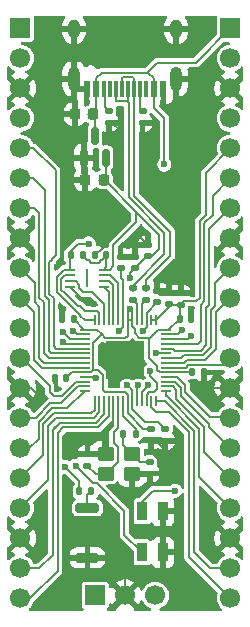
<source format=gbr>
%TF.GenerationSoftware,KiCad,Pcbnew,9.0.6*%
%TF.CreationDate,2025-12-05T22:59:02-07:00*%
%TF.ProjectId,HyperionDevBoard,48797065-7269-46f6-9e44-6576426f6172,rev?*%
%TF.SameCoordinates,Original*%
%TF.FileFunction,Copper,L1,Top*%
%TF.FilePolarity,Positive*%
%FSLAX46Y46*%
G04 Gerber Fmt 4.6, Leading zero omitted, Abs format (unit mm)*
G04 Created by KiCad (PCBNEW 9.0.6) date 2025-12-05 22:59:02*
%MOMM*%
%LPD*%
G01*
G04 APERTURE LIST*
G04 Aperture macros list*
%AMRoundRect*
0 Rectangle with rounded corners*
0 $1 Rounding radius*
0 $2 $3 $4 $5 $6 $7 $8 $9 X,Y pos of 4 corners*
0 Add a 4 corners polygon primitive as box body*
4,1,4,$2,$3,$4,$5,$6,$7,$8,$9,$2,$3,0*
0 Add four circle primitives for the rounded corners*
1,1,$1+$1,$2,$3*
1,1,$1+$1,$4,$5*
1,1,$1+$1,$6,$7*
1,1,$1+$1,$8,$9*
0 Add four rect primitives between the rounded corners*
20,1,$1+$1,$2,$3,$4,$5,0*
20,1,$1+$1,$4,$5,$6,$7,0*
20,1,$1+$1,$6,$7,$8,$9,0*
20,1,$1+$1,$8,$9,$2,$3,0*%
G04 Aperture macros list end*
%TA.AperFunction,SMDPad,CuDef*%
%ADD10RoundRect,0.140000X0.170000X-0.140000X0.170000X0.140000X-0.170000X0.140000X-0.170000X-0.140000X0*%
%TD*%
%TA.AperFunction,SMDPad,CuDef*%
%ADD11RoundRect,0.140000X-0.170000X0.140000X-0.170000X-0.140000X0.170000X-0.140000X0.170000X0.140000X0*%
%TD*%
%TA.AperFunction,SMDPad,CuDef*%
%ADD12RoundRect,0.225000X0.225000X0.250000X-0.225000X0.250000X-0.225000X-0.250000X0.225000X-0.250000X0*%
%TD*%
%TA.AperFunction,SMDPad,CuDef*%
%ADD13RoundRect,0.140000X-0.140000X-0.170000X0.140000X-0.170000X0.140000X0.170000X-0.140000X0.170000X0*%
%TD*%
%TA.AperFunction,SMDPad,CuDef*%
%ADD14RoundRect,0.135000X-0.185000X0.135000X-0.185000X-0.135000X0.185000X-0.135000X0.185000X0.135000X0*%
%TD*%
%TA.AperFunction,SMDPad,CuDef*%
%ADD15RoundRect,0.250000X0.450000X0.350000X-0.450000X0.350000X-0.450000X-0.350000X0.450000X-0.350000X0*%
%TD*%
%TA.AperFunction,ComponentPad*%
%ADD16R,1.700000X1.700000*%
%TD*%
%TA.AperFunction,ComponentPad*%
%ADD17C,1.700000*%
%TD*%
%TA.AperFunction,SMDPad,CuDef*%
%ADD18RoundRect,0.135000X0.135000X0.185000X-0.135000X0.185000X-0.135000X-0.185000X0.135000X-0.185000X0*%
%TD*%
%TA.AperFunction,SMDPad,CuDef*%
%ADD19RoundRect,0.200000X0.800000X-0.200000X0.800000X0.200000X-0.800000X0.200000X-0.800000X-0.200000X0*%
%TD*%
%TA.AperFunction,SMDPad,CuDef*%
%ADD20RoundRect,0.150000X0.150000X-0.587500X0.150000X0.587500X-0.150000X0.587500X-0.150000X-0.587500X0*%
%TD*%
%TA.AperFunction,SMDPad,CuDef*%
%ADD21RoundRect,0.140000X0.140000X0.170000X-0.140000X0.170000X-0.140000X-0.170000X0.140000X-0.170000X0*%
%TD*%
%TA.AperFunction,SMDPad,CuDef*%
%ADD22R,0.850000X1.600000*%
%TD*%
%TA.AperFunction,SMDPad,CuDef*%
%ADD23RoundRect,0.135000X-0.135000X-0.185000X0.135000X-0.185000X0.135000X0.185000X-0.135000X0.185000X0*%
%TD*%
%TA.AperFunction,SMDPad,CuDef*%
%ADD24R,0.600000X1.450000*%
%TD*%
%TA.AperFunction,SMDPad,CuDef*%
%ADD25R,0.300000X1.450000*%
%TD*%
%TA.AperFunction,HeatsinkPad*%
%ADD26O,1.000000X2.100000*%
%TD*%
%TA.AperFunction,HeatsinkPad*%
%ADD27O,1.000000X1.600000*%
%TD*%
%TA.AperFunction,SMDPad,CuDef*%
%ADD28RoundRect,0.062500X-0.387500X-0.062500X0.387500X-0.062500X0.387500X0.062500X-0.387500X0.062500X0*%
%TD*%
%TA.AperFunction,HeatsinkPad*%
%ADD29R,0.200000X1.600000*%
%TD*%
%TA.AperFunction,SMDPad,CuDef*%
%ADD30RoundRect,0.050000X-0.387500X-0.050000X0.387500X-0.050000X0.387500X0.050000X-0.387500X0.050000X0*%
%TD*%
%TA.AperFunction,SMDPad,CuDef*%
%ADD31RoundRect,0.050000X-0.050000X-0.387500X0.050000X-0.387500X0.050000X0.387500X-0.050000X0.387500X0*%
%TD*%
%TA.AperFunction,HeatsinkPad*%
%ADD32R,3.200000X3.200000*%
%TD*%
%TA.AperFunction,ViaPad*%
%ADD33C,0.600000*%
%TD*%
%TA.AperFunction,Conductor*%
%ADD34C,0.200000*%
%TD*%
G04 APERTURE END LIST*
D10*
%TO.P,C16,1*%
%TO.N,GND*%
X113670000Y-105770000D03*
%TO.P,C16,2*%
%TO.N,Net-(C16-Pad2)*%
X113670000Y-104810000D03*
%TD*%
D11*
%TO.P,C15,1*%
%TO.N,GND*%
X108400000Y-104140000D03*
%TO.P,C15,2*%
%TO.N,XIN*%
X108400000Y-105100000D03*
%TD*%
D12*
%TO.P,C14,1*%
%TO.N,+3V3*%
X109775000Y-80900000D03*
%TO.P,C14,2*%
%TO.N,GND*%
X108225000Y-80900000D03*
%TD*%
%TO.P,C13,1*%
%TO.N,VBUS*%
X108890000Y-75340000D03*
%TO.P,C13,2*%
%TO.N,GND*%
X107340000Y-75340000D03*
%TD*%
D11*
%TO.P,C10,1*%
%TO.N,+1V1*%
X115000000Y-102020000D03*
%TO.P,C10,2*%
%TO.N,GND*%
X115000000Y-102980000D03*
%TD*%
D13*
%TO.P,C3,1*%
%TO.N,+3V3*%
X116200000Y-92660000D03*
%TO.P,C3,2*%
%TO.N,GND*%
X117160000Y-92660000D03*
%TD*%
D14*
%TO.P,R3,1*%
%TO.N,USB_D+*%
X112260000Y-90080000D03*
%TO.P,R3,2*%
%TO.N,Net-(U1-USB_DP)*%
X112260000Y-91100000D03*
%TD*%
D10*
%TO.P,C4,1*%
%TO.N,+3V3*%
X115300000Y-91460000D03*
%TO.P,C4,2*%
%TO.N,GND*%
X115300000Y-90500000D03*
%TD*%
D15*
%TO.P,Y1,1,1*%
%TO.N,Net-(C16-Pad2)*%
X112145000Y-104090000D03*
%TO.P,Y1,2,2*%
%TO.N,GND*%
X109945000Y-104090000D03*
%TO.P,Y1,3,3*%
%TO.N,XIN*%
X109945000Y-105790000D03*
%TO.P,Y1,4,4*%
%TO.N,GND*%
X112145000Y-105790000D03*
%TD*%
D16*
%TO.P,J3,1,Pin_1*%
%TO.N,VBUS*%
X120490000Y-68070000D03*
D17*
%TO.P,J3,2,Pin_2*%
%TO.N,GPIO29_ADC3*%
X120490000Y-70610000D03*
%TO.P,J3,3,Pin_3*%
%TO.N,GND*%
X120490000Y-73150000D03*
%TO.P,J3,4,Pin_4*%
%TO.N,GPIO28_ADC2*%
X120490000Y-75690000D03*
%TO.P,J3,5,Pin_5*%
%TO.N,+3V3*%
X120490000Y-78230000D03*
%TO.P,J3,6,Pin_6*%
%TO.N,GPIO27_ADC1*%
X120490000Y-80770000D03*
%TO.P,J3,7,Pin_7*%
%TO.N,GPIO26_ADC0*%
X120490000Y-83310000D03*
%TO.P,J3,8,Pin_8*%
%TO.N,GND*%
X120490000Y-85850000D03*
%TO.P,J3,9,Pin_9*%
%TO.N,GPIO24*%
X120490000Y-88390000D03*
%TO.P,J3,10,Pin_10*%
%TO.N,GPIO23*%
X120490000Y-90930000D03*
%TO.P,J3,11,Pin_11*%
%TO.N,RUN*%
X120490000Y-93470000D03*
%TO.P,J3,12,Pin_12*%
%TO.N,GPIO22*%
X120490000Y-96010000D03*
%TO.P,J3,13,Pin_13*%
%TO.N,GND*%
X120490000Y-98550000D03*
%TO.P,J3,14,Pin_14*%
%TO.N,GPIO21*%
X120490000Y-101090000D03*
%TO.P,J3,15,Pin_15*%
%TO.N,GPIO20*%
X120490000Y-103630000D03*
%TO.P,J3,16,Pin_16*%
%TO.N,GPIO19*%
X120490000Y-106170000D03*
%TO.P,J3,17,Pin_17*%
%TO.N,GPIO18*%
X120490000Y-108710000D03*
%TO.P,J3,18,Pin_18*%
%TO.N,GND*%
X120490000Y-111250000D03*
%TO.P,J3,19,Pin_19*%
%TO.N,GPIO17*%
X120490000Y-113790000D03*
%TO.P,J3,20,Pin_20*%
%TO.N,GPIO16*%
X120490000Y-116330000D03*
%TD*%
D18*
%TO.P,R6,1*%
%TO.N,Net-(R6-Pad1)*%
X108740000Y-107280000D03*
%TO.P,R6,2*%
%TO.N,QSPI_SS*%
X107720000Y-107280000D03*
%TD*%
D10*
%TO.P,C11,1*%
%TO.N,+1V1*%
X111200000Y-88380000D03*
%TO.P,C11,2*%
%TO.N,GND*%
X111200000Y-87420000D03*
%TD*%
D19*
%TO.P,SW1,1,1*%
%TO.N,GND*%
X108400000Y-112890000D03*
%TO.P,SW1,2,2*%
%TO.N,Net-(R6-Pad1)*%
X108400000Y-108690000D03*
%TD*%
D10*
%TO.P,C9,1*%
%TO.N,+3V3*%
X113500000Y-87360000D03*
%TO.P,C9,2*%
%TO.N,GND*%
X113500000Y-86400000D03*
%TD*%
D16*
%TO.P,J2,1,Pin_1*%
%TO.N,GPIO0*%
X102710000Y-68070000D03*
D17*
%TO.P,J2,2,Pin_2*%
%TO.N,GPIO1*%
X102710000Y-70610000D03*
%TO.P,J2,3,Pin_3*%
%TO.N,GND*%
X102710000Y-73150000D03*
%TO.P,J2,4,Pin_4*%
%TO.N,GPIO2*%
X102710000Y-75690000D03*
%TO.P,J2,5,Pin_5*%
%TO.N,GPIO3*%
X102710000Y-78230000D03*
%TO.P,J2,6,Pin_6*%
%TO.N,GPIO4*%
X102710000Y-80770000D03*
%TO.P,J2,7,Pin_7*%
%TO.N,GPIO5*%
X102710000Y-83310000D03*
%TO.P,J2,8,Pin_8*%
%TO.N,GND*%
X102710000Y-85850000D03*
%TO.P,J2,9,Pin_9*%
%TO.N,GPIO6*%
X102710000Y-88390000D03*
%TO.P,J2,10,Pin_10*%
%TO.N,GPIO7*%
X102710000Y-90930000D03*
%TO.P,J2,11,Pin_11*%
%TO.N,GPIO8*%
X102710000Y-93470000D03*
%TO.P,J2,12,Pin_12*%
%TO.N,GPIO9*%
X102710000Y-96010000D03*
%TO.P,J2,13,Pin_13*%
%TO.N,GND*%
X102710000Y-98550000D03*
%TO.P,J2,14,Pin_14*%
%TO.N,GPIO10*%
X102710000Y-101090000D03*
%TO.P,J2,15,Pin_15*%
%TO.N,GPIO11*%
X102710000Y-103630000D03*
%TO.P,J2,16,Pin_16*%
%TO.N,GPIO12*%
X102710000Y-106170000D03*
%TO.P,J2,17,Pin_17*%
%TO.N,GPIO13*%
X102710000Y-108710000D03*
%TO.P,J2,18,Pin_18*%
%TO.N,GND*%
X102710000Y-111250000D03*
%TO.P,J2,19,Pin_19*%
%TO.N,GPIO14*%
X102710000Y-113790000D03*
%TO.P,J2,20,Pin_20*%
%TO.N,GPIO15*%
X102710000Y-116330000D03*
%TD*%
D10*
%TO.P,C1,1*%
%TO.N,+3V3*%
X116300000Y-91480000D03*
%TO.P,C1,2*%
%TO.N,GND*%
X116300000Y-90520000D03*
%TD*%
D20*
%TO.P,U4,1,GND*%
%TO.N,GND*%
X108070000Y-79035000D03*
%TO.P,U4,2,VO*%
%TO.N,+3V3*%
X109970000Y-79035000D03*
%TO.P,U4,3,VI*%
%TO.N,VBUS*%
X109020000Y-77160000D03*
%TD*%
D10*
%TO.P,C2,1*%
%TO.N,+3V3*%
X112400000Y-88400000D03*
%TO.P,C2,2*%
%TO.N,GND*%
X112400000Y-87440000D03*
%TD*%
D21*
%TO.P,C7,1*%
%TO.N,+3V3*%
X106610000Y-97710000D03*
%TO.P,C7,2*%
%TO.N,GND*%
X105650000Y-97710000D03*
%TD*%
%TO.P,C6,1*%
%TO.N,+3V3*%
X107220000Y-92700000D03*
%TO.P,C6,2*%
%TO.N,GND*%
X106260000Y-92700000D03*
%TD*%
D13*
%TO.P,C5,1*%
%TO.N,+3V3*%
X117280000Y-97180000D03*
%TO.P,C5,2*%
%TO.N,GND*%
X118240000Y-97180000D03*
%TD*%
D16*
%TO.P,J4,1,Pin_1*%
%TO.N,SWCLK*%
X109060000Y-116090000D03*
D17*
%TO.P,J4,2,Pin_2*%
%TO.N,GND*%
X111600000Y-116090000D03*
%TO.P,J4,3,Pin_3*%
%TO.N,SWD*%
X114140000Y-116090000D03*
%TD*%
D11*
%TO.P,C8,1*%
%TO.N,+3V3*%
X113800000Y-102000000D03*
%TO.P,C8,2*%
%TO.N,GND*%
X113800000Y-102960000D03*
%TD*%
D10*
%TO.P,C12,1*%
%TO.N,+1V1*%
X114300000Y-91290000D03*
%TO.P,C12,2*%
%TO.N,GND*%
X114300000Y-90330000D03*
%TD*%
D22*
%TO.P,D1,4,VDD*%
%TO.N,VBUS*%
X113025000Y-112450000D03*
%TO.P,D1,2,VSS*%
%TO.N,GND*%
X114775000Y-112450000D03*
%TO.P,D1,1,DOUT*%
X114775000Y-108950000D03*
%TO.P,D1,3,DIN*%
%TO.N,GPIO25*%
X113025000Y-108950000D03*
%TD*%
D23*
%TO.P,R5,1*%
%TO.N,Net-(C16-Pad2)*%
X111450000Y-102390000D03*
%TO.P,R5,2*%
%TO.N,XOUT*%
X112470000Y-102390000D03*
%TD*%
D24*
%TO.P,J1,A1,GND*%
%TO.N,GND*%
X114830000Y-73245000D03*
%TO.P,J1,A4,VBUS*%
%TO.N,VBUS*%
X114030000Y-73245000D03*
D25*
%TO.P,J1,A5,CC1*%
%TO.N,Net-(J1-CC1)*%
X112830000Y-73245000D03*
%TO.P,J1,A6,D+*%
%TO.N,USB_D+*%
X111830000Y-73245000D03*
%TO.P,J1,A7,D-*%
%TO.N,USB_D-*%
X111330000Y-73245000D03*
%TO.P,J1,A8*%
%TO.N,N/C*%
X110330000Y-73245000D03*
D24*
%TO.P,J1,A9,VBUS*%
%TO.N,VBUS*%
X109130000Y-73245000D03*
%TO.P,J1,A12,GND*%
%TO.N,GND*%
X108330000Y-73245000D03*
%TO.P,J1,B1,GND*%
X108330000Y-73245000D03*
%TO.P,J1,B4,VBUS*%
%TO.N,VBUS*%
X109130000Y-73245000D03*
D25*
%TO.P,J1,B5,CC2*%
%TO.N,Net-(J1-CC2)*%
X109830000Y-73245000D03*
%TO.P,J1,B6,D+*%
%TO.N,USB_D+*%
X110830000Y-73245000D03*
%TO.P,J1,B7,D-*%
%TO.N,USB_D-*%
X112330000Y-73245000D03*
%TO.P,J1,B8*%
%TO.N,N/C*%
X113330000Y-73245000D03*
D24*
%TO.P,J1,B9,VBUS*%
%TO.N,VBUS*%
X114030000Y-73245000D03*
%TO.P,J1,B12,GND*%
%TO.N,GND*%
X114830000Y-73245000D03*
D26*
%TO.P,J1,S1,SHIELD*%
X115900000Y-72330000D03*
D27*
X115900000Y-68150000D03*
D26*
X107260000Y-72330000D03*
D27*
X107260000Y-68150000D03*
%TD*%
D21*
%TO.P,C17,1*%
%TO.N,+3V3*%
X110000000Y-87300000D03*
%TO.P,C17,2*%
%TO.N,GND*%
X109040000Y-87300000D03*
%TD*%
D14*
%TO.P,R1,1*%
%TO.N,Net-(J1-CC1)*%
X113060000Y-75060000D03*
%TO.P,R1,2*%
%TO.N,GND*%
X113060000Y-76080000D03*
%TD*%
%TO.P,R4,1*%
%TO.N,USB_D-*%
X113350000Y-90075000D03*
%TO.P,R4,2*%
%TO.N,Net-(U1-USB_DM)*%
X113350000Y-91095000D03*
%TD*%
D28*
%TO.P,U3,1,~{CS}*%
%TO.N,QSPI_SS*%
X106942102Y-88500000D03*
%TO.P,U3,2,DO/IO_{1}*%
%TO.N,QSPI_SD1*%
X106942102Y-89000000D03*
%TO.P,U3,3,~{WP}/IO_{2}*%
%TO.N,QSPI_SD2*%
X106942102Y-89500000D03*
%TO.P,U3,4,GND*%
%TO.N,GND*%
X106942102Y-90000000D03*
%TO.P,U3,5,DI/IO_{0}*%
%TO.N,QSPI_SD0*%
X109792102Y-90000000D03*
%TO.P,U3,6,CLK*%
%TO.N,QSPI_SCLK*%
X109792102Y-89500000D03*
%TO.P,U3,7,~{HOLD}/~{RESET}/IO_{3}*%
%TO.N,QSPI_SD3*%
X109792102Y-89000000D03*
%TO.P,U3,8,VCC*%
%TO.N,+3V3*%
X109792102Y-88500000D03*
D29*
%TO.P,U3,9*%
%TO.N,N/C*%
X108367102Y-89250000D03*
%TD*%
D14*
%TO.P,R2,1*%
%TO.N,Net-(J1-CC2)*%
X110190000Y-75050000D03*
%TO.P,R2,2*%
%TO.N,GND*%
X110190000Y-76070000D03*
%TD*%
D23*
%TO.P,R7,1*%
%TO.N,QSPI_SS*%
X106970000Y-87310000D03*
%TO.P,R7,2*%
%TO.N,+3V3*%
X107990000Y-87310000D03*
%TD*%
D30*
%TO.P,U1,1,IOVDD*%
%TO.N,+3V3*%
X108162500Y-93600000D03*
%TO.P,U1,2,GPIO0*%
%TO.N,GPIO0*%
X108162500Y-94000000D03*
%TO.P,U1,3,GPIO1*%
%TO.N,GPIO1*%
X108162500Y-94400000D03*
%TO.P,U1,4,GPIO2*%
%TO.N,GPIO2*%
X108162500Y-94800000D03*
%TO.P,U1,5,GPIO3*%
%TO.N,GPIO3*%
X108162500Y-95200000D03*
%TO.P,U1,6,GPIO4*%
%TO.N,GPIO4*%
X108162500Y-95600000D03*
%TO.P,U1,7,GPIO5*%
%TO.N,GPIO5*%
X108162500Y-96000000D03*
%TO.P,U1,8,GPIO6*%
%TO.N,GPIO6*%
X108162500Y-96400000D03*
%TO.P,U1,9,GPIO7*%
%TO.N,GPIO7*%
X108162500Y-96800000D03*
%TO.P,U1,10,IOVDD*%
%TO.N,+3V3*%
X108162500Y-97200000D03*
%TO.P,U1,11,GPIO8*%
%TO.N,GPIO8*%
X108162500Y-97600000D03*
%TO.P,U1,12,GPIO9*%
%TO.N,GPIO9*%
X108162500Y-98000000D03*
%TO.P,U1,13,GPIO10*%
%TO.N,GPIO10*%
X108162500Y-98400000D03*
%TO.P,U1,14,GPIO11*%
%TO.N,GPIO11*%
X108162500Y-98800000D03*
D31*
%TO.P,U1,15,GPIO12*%
%TO.N,GPIO12*%
X109000000Y-99637500D03*
%TO.P,U1,16,GPIO13*%
%TO.N,GPIO13*%
X109400000Y-99637500D03*
%TO.P,U1,17,GPIO14*%
%TO.N,GPIO14*%
X109800000Y-99637500D03*
%TO.P,U1,18,GPIO15*%
%TO.N,GPIO15*%
X110200000Y-99637500D03*
%TO.P,U1,19,TESTEN*%
%TO.N,GND*%
X110600000Y-99637500D03*
%TO.P,U1,20,XIN*%
%TO.N,XIN*%
X111000000Y-99637500D03*
%TO.P,U1,21,XOUT*%
%TO.N,XOUT*%
X111400000Y-99637500D03*
%TO.P,U1,22,IOVDD*%
%TO.N,+3V3*%
X111800000Y-99637500D03*
%TO.P,U1,23,DVDD*%
%TO.N,+1V1*%
X112200000Y-99637500D03*
%TO.P,U1,24,SWCLK*%
%TO.N,SWCLK*%
X112600000Y-99637500D03*
%TO.P,U1,25,SWD*%
%TO.N,SWD*%
X113000000Y-99637500D03*
%TO.P,U1,26,RUN*%
%TO.N,RUN*%
X113400000Y-99637500D03*
%TO.P,U1,27,GPIO16*%
%TO.N,GPIO16*%
X113800000Y-99637500D03*
%TO.P,U1,28,GPIO17*%
%TO.N,GPIO17*%
X114200000Y-99637500D03*
D30*
%TO.P,U1,29,GPIO18*%
%TO.N,GPIO18*%
X115037500Y-98800000D03*
%TO.P,U1,30,GPIO19*%
%TO.N,GPIO19*%
X115037500Y-98400000D03*
%TO.P,U1,31,GPIO20*%
%TO.N,GPIO20*%
X115037500Y-98000000D03*
%TO.P,U1,32,GPIO21*%
%TO.N,GPIO21*%
X115037500Y-97600000D03*
%TO.P,U1,33,IOVDD*%
%TO.N,+3V3*%
X115037500Y-97200000D03*
%TO.P,U1,34,GPIO22*%
%TO.N,GPIO22*%
X115037500Y-96800000D03*
%TO.P,U1,35,GPIO23*%
%TO.N,GPIO23*%
X115037500Y-96400000D03*
%TO.P,U1,36,GPIO24*%
%TO.N,GPIO24*%
X115037500Y-96000000D03*
%TO.P,U1,37,GPIO25*%
%TO.N,GPIO25*%
X115037500Y-95600000D03*
%TO.P,U1,38,GPIO26_ADC0*%
%TO.N,GPIO26_ADC0*%
X115037500Y-95200000D03*
%TO.P,U1,39,GPIO27_ADC1*%
%TO.N,GPIO27_ADC1*%
X115037500Y-94800000D03*
%TO.P,U1,40,GPIO28_ADC2*%
%TO.N,GPIO28_ADC2*%
X115037500Y-94400000D03*
%TO.P,U1,41,GPIO29_ADC3*%
%TO.N,GPIO29_ADC3*%
X115037500Y-94000000D03*
%TO.P,U1,42,IOVDD*%
%TO.N,+3V3*%
X115037500Y-93600000D03*
D31*
%TO.P,U1,43,ADC_AVDD*%
X114200000Y-92762500D03*
%TO.P,U1,44,VREG_IN*%
X113800000Y-92762500D03*
%TO.P,U1,45,VREG_VOUT*%
%TO.N,+1V1*%
X113400000Y-92762500D03*
%TO.P,U1,46,USB_DM*%
%TO.N,Net-(U1-USB_DM)*%
X113000000Y-92762500D03*
%TO.P,U1,47,USB_DP*%
%TO.N,Net-(U1-USB_DP)*%
X112600000Y-92762500D03*
%TO.P,U1,48,USB_VDD*%
%TO.N,+3V3*%
X112200000Y-92762500D03*
%TO.P,U1,49,IOVDD*%
X111800000Y-92762500D03*
%TO.P,U1,50,DVDD*%
%TO.N,+1V1*%
X111400000Y-92762500D03*
%TO.P,U1,51,QSPI_SD3*%
%TO.N,QSPI_SD3*%
X111000000Y-92762500D03*
%TO.P,U1,52,QSPI_SCLK*%
%TO.N,QSPI_SCLK*%
X110600000Y-92762500D03*
%TO.P,U1,53,QSPI_SD0*%
%TO.N,QSPI_SD0*%
X110200000Y-92762500D03*
%TO.P,U1,54,QSPI_SD2*%
%TO.N,QSPI_SD2*%
X109800000Y-92762500D03*
%TO.P,U1,55,QSPI_SD1*%
%TO.N,QSPI_SD1*%
X109400000Y-92762500D03*
%TO.P,U1,56,QSPI_SS*%
%TO.N,QSPI_SS*%
X109000000Y-92762500D03*
D32*
%TO.P,U1,57,GND*%
%TO.N,GND*%
X111600000Y-96200000D03*
%TD*%
D33*
%TO.N,GND*%
X115900000Y-82100000D03*
X112800000Y-85400000D03*
X106900000Y-80900000D03*
X117156036Y-91800000D03*
X118500000Y-108500000D03*
X106300000Y-91800000D03*
X115800000Y-114800000D03*
X116200000Y-74700000D03*
X116300000Y-113800000D03*
X105800000Y-98600000D03*
X104400000Y-110500000D03*
X107600000Y-76700000D03*
X119400000Y-87100000D03*
X111700000Y-107500000D03*
X110300000Y-110500000D03*
X104400000Y-99300000D03*
X104400000Y-74300000D03*
X119200000Y-77000000D03*
X108951472Y-91400000D03*
X108300000Y-85400000D03*
X118800000Y-110100000D03*
X108000000Y-102700000D03*
X107600000Y-110500000D03*
X111000000Y-96200000D03*
X104300000Y-77300000D03*
X119100000Y-99200000D03*
X115200000Y-105500000D03*
X116600000Y-88900000D03*
X118225735Y-98125735D03*
X109700000Y-102700000D03*
X111600000Y-114100000D03*
X111200000Y-76800000D03*
%TO.N,+1V1*%
X111754011Y-98300000D03*
X111100000Y-93699000D03*
X113101376Y-93697838D03*
%TO.N,VBUS*%
X114900000Y-79600000D03*
X107400000Y-105100000D03*
%TO.N,GPIO25*%
X115800000Y-107230000D03*
X114200000Y-95600000D03*
%TO.N,GPIO1*%
X106350433Y-93802284D03*
%TO.N,GPIO8*%
X109085909Y-97659429D03*
%TO.N,GPIO0*%
X107210000Y-93700000D03*
%TO.N,GPIO2*%
X106290000Y-94600000D03*
%TO.N,GPIO28_ADC2*%
X117190000Y-94110000D03*
%TO.N,GPIO29_ADC3*%
X116380000Y-93660000D03*
%TO.N,RUN*%
X113700002Y-97100000D03*
%TO.N,SWD*%
X113506599Y-98305824D03*
%TO.N,SWCLK*%
X112706619Y-98300002D03*
%TO.N,QSPI_SS*%
X106500000Y-105200000D03*
X108500000Y-86300000D03*
%TO.N,+3V3*%
X112000000Y-91869852D03*
X112000000Y-89250000D03*
%TD*%
D34*
%TO.N,GND*%
X112800000Y-85700000D02*
X113500000Y-86400000D01*
X112800000Y-85400000D02*
X112800000Y-85700000D01*
X109700000Y-86640000D02*
X109040000Y-87300000D01*
X109700000Y-86473289D02*
X109700000Y-86640000D01*
X108626711Y-85400000D02*
X109700000Y-86473289D01*
X108300000Y-85400000D02*
X108626711Y-85400000D01*
%TO.N,GPIO14*%
X109105100Y-101462000D02*
X106070000Y-101462000D01*
%TO.N,+3V3*%
X112500000Y-84500000D02*
X112500000Y-83600000D01*
X112500000Y-83600000D02*
X114474000Y-85574000D01*
X110589000Y-86411000D02*
X112500000Y-84500000D01*
X110589000Y-88200000D02*
X110589000Y-86411000D01*
X109792102Y-88500000D02*
X110289000Y-88500000D01*
X110289000Y-88500000D02*
X110589000Y-88200000D01*
X109850000Y-80950000D02*
X112500000Y-83600000D01*
%TO.N,GPIO14*%
X105479000Y-102021000D02*
X106038000Y-101462000D01*
X105479000Y-102183900D02*
X105479000Y-102021000D01*
X105472000Y-102190900D02*
X105479000Y-102183900D01*
X105472000Y-103800000D02*
X105472000Y-102190900D01*
X105472000Y-103800000D02*
X105472000Y-112628000D01*
%TO.N,VBUS*%
X108890000Y-75340000D02*
X108435000Y-75340000D01*
%TO.N,GND*%
X106942102Y-90000000D02*
X108342102Y-91400000D01*
X108450000Y-104090000D02*
X108400000Y-104140000D01*
X105650000Y-98450000D02*
X105800000Y-98600000D01*
X110470000Y-76070000D02*
X111200000Y-76800000D01*
X102710000Y-73150000D02*
X103860000Y-74300000D01*
X110600000Y-99637500D02*
X110600000Y-101732560D01*
X113800000Y-102960000D02*
X114150000Y-102960000D01*
X114830000Y-74730000D02*
X114830000Y-73245000D01*
X116200000Y-74700000D02*
X115800000Y-75100000D01*
X110300000Y-110500000D02*
X107600000Y-110500000D01*
X118240000Y-98111470D02*
X118240000Y-97180000D01*
X114890000Y-103700000D02*
X114890000Y-105190000D01*
X109700000Y-102632560D02*
X110600000Y-101732560D01*
X102710000Y-98550000D02*
X103650000Y-98550000D01*
X109700000Y-103845000D02*
X109945000Y-104090000D01*
X112145000Y-105790000D02*
X113650000Y-105790000D01*
X103860000Y-74300000D02*
X104400000Y-74300000D01*
X115800000Y-75100000D02*
X115200000Y-75100000D01*
X119400000Y-86901000D02*
X120451000Y-85850000D01*
X106260000Y-91840000D02*
X106300000Y-91800000D01*
X103650000Y-98550000D02*
X104400000Y-99300000D01*
X117156036Y-92656036D02*
X117160000Y-92660000D01*
X113650000Y-105790000D02*
X113670000Y-105770000D01*
X114890000Y-105190000D02*
X115200000Y-105500000D01*
X119400000Y-87100000D02*
X119400000Y-86901000D01*
X105650000Y-97710000D02*
X105650000Y-98450000D01*
X118225735Y-98125735D02*
X118650000Y-98550000D01*
X118225735Y-98125735D02*
X118240000Y-98111470D01*
X109945000Y-104090000D02*
X108450000Y-104090000D01*
X120451000Y-85850000D02*
X120490000Y-85850000D01*
X109570000Y-104465000D02*
X109945000Y-104090000D01*
X110190000Y-76070000D02*
X110470000Y-76070000D01*
X115200000Y-75100000D02*
X114830000Y-74730000D01*
X117156036Y-91800000D02*
X117156036Y-92656036D01*
X111600000Y-116090000D02*
X111600000Y-114100000D01*
X109700000Y-102700000D02*
X109700000Y-103845000D01*
X118650000Y-98550000D02*
X120490000Y-98550000D01*
X108342102Y-91400000D02*
X108951472Y-91400000D01*
X115000000Y-102980000D02*
X115000000Y-103590000D01*
X106260000Y-92700000D02*
X106260000Y-91840000D01*
X114150000Y-102960000D02*
X114890000Y-103700000D01*
X117160000Y-91803964D02*
X117156036Y-91800000D01*
X108000000Y-102700000D02*
X109700000Y-102700000D01*
X109700000Y-102700000D02*
X109700000Y-102632560D01*
X115000000Y-103590000D02*
X114890000Y-103700000D01*
%TO.N,+3V3*%
X108502450Y-87700000D02*
X108400000Y-87700000D01*
X108400000Y-87700000D02*
X108010000Y-87310000D01*
X110000000Y-87300000D02*
X109600000Y-87700000D01*
X110000000Y-87300000D02*
X110000000Y-88292102D01*
X108010000Y-87310000D02*
X107990000Y-87310000D01*
X110000000Y-88292102D02*
X109792102Y-88500000D01*
X108713450Y-87911000D02*
X108502450Y-87700000D01*
X109577550Y-87700000D02*
X109366550Y-87911000D01*
X109600000Y-87700000D02*
X109577550Y-87700000D01*
X109366550Y-87911000D02*
X108713450Y-87911000D01*
%TO.N,+1V1*%
X113400000Y-92762500D02*
X113400000Y-93399214D01*
X111654011Y-98200000D02*
X111600000Y-98200000D01*
X111400000Y-89400000D02*
X111400000Y-92762500D01*
X113300000Y-101400000D02*
X114380000Y-101400000D01*
X112200000Y-98700000D02*
X112200000Y-99637500D01*
X111400000Y-92762500D02*
X111400000Y-93399000D01*
X113400000Y-93399214D02*
X113101376Y-93697838D01*
X114380000Y-101400000D02*
X115000000Y-102020000D01*
X112200000Y-99637500D02*
X112200000Y-100300000D01*
X111200000Y-89200000D02*
X111400000Y-89400000D01*
X113400000Y-92190000D02*
X114300000Y-91290000D01*
X112200000Y-100300000D02*
X113300000Y-101400000D01*
X113400000Y-92762500D02*
X113400000Y-92190000D01*
X111754011Y-98300000D02*
X111654011Y-98200000D01*
X111400000Y-93399000D02*
X111100000Y-93699000D01*
X111754011Y-98300000D02*
X111800000Y-98300000D01*
X111800000Y-98300000D02*
X112200000Y-98700000D01*
X111200000Y-88380000D02*
X111200000Y-89200000D01*
%TO.N,VBUS*%
X109130000Y-75100000D02*
X109130000Y-73245000D01*
X109020000Y-75470000D02*
X108890000Y-75340000D01*
X109130000Y-73245000D02*
X109130000Y-72320000D01*
X113528000Y-71772000D02*
X114321000Y-70979000D01*
X108890000Y-75340000D02*
X109130000Y-75100000D01*
X113528000Y-71818000D02*
X113528000Y-71772000D01*
X108900000Y-106600000D02*
X109168840Y-106600000D01*
X109632000Y-71818000D02*
X113528000Y-71818000D01*
X114030000Y-74830000D02*
X114900000Y-75700000D01*
X114900000Y-75700000D02*
X114900000Y-79600000D01*
X114030000Y-72320000D02*
X114030000Y-73245000D01*
X107400000Y-105100000D02*
X108900000Y-106600000D01*
X109020000Y-77160000D02*
X109020000Y-75470000D01*
X113528000Y-71818000D02*
X114030000Y-72320000D01*
X109168840Y-106600000D02*
X111518840Y-108950000D01*
X117581000Y-70979000D02*
X120490000Y-68070000D01*
X114030000Y-73245000D02*
X114030000Y-74830000D01*
X109130000Y-72320000D02*
X109632000Y-71818000D01*
X114321000Y-70979000D02*
X117581000Y-70979000D01*
%TO.N,XIN*%
X110946000Y-103504840D02*
X110946000Y-104789000D01*
X110946000Y-104789000D02*
X109945000Y-105790000D01*
X111000000Y-101899660D02*
X110630160Y-102269500D01*
X109580000Y-105425000D02*
X109945000Y-105790000D01*
X111000000Y-99637500D02*
X111000000Y-101899660D01*
X109945000Y-105790000D02*
X109090000Y-105790000D01*
X110630160Y-102269500D02*
X110630160Y-103189000D01*
X110630160Y-103189000D02*
X110946000Y-103504840D01*
X109090000Y-105790000D02*
X108400000Y-105100000D01*
%TO.N,Net-(C16-Pad2)*%
X111450000Y-103395000D02*
X112145000Y-104090000D01*
X111450000Y-102390000D02*
X111450000Y-103395000D01*
X113670000Y-104810000D02*
X112865000Y-104810000D01*
X112865000Y-104810000D02*
X112145000Y-104090000D01*
%TO.N,GPIO25*%
X115037500Y-95600000D02*
X114200000Y-95600000D01*
%TO.N,USB_D+*%
X111850000Y-74222000D02*
X111801000Y-74271000D01*
X114875000Y-87225000D02*
X112300000Y-89800000D01*
X112300000Y-90040000D02*
X112260000Y-90080000D01*
X111850000Y-74332501D02*
X111875000Y-74357501D01*
X111875000Y-74357501D02*
X111875000Y-82395000D01*
X112300000Y-89800000D02*
X112300000Y-90040000D01*
X110899000Y-74271000D02*
X110850000Y-74222000D01*
X114875000Y-85395000D02*
X114875000Y-87225000D01*
X110850000Y-74222000D02*
X110850000Y-73245000D01*
X111801000Y-74271000D02*
X110899000Y-74271000D01*
X111875000Y-82395000D02*
X114875000Y-85395000D01*
X112260000Y-90280000D02*
X112260000Y-90230000D01*
X111850000Y-73245000D02*
X111850000Y-74222000D01*
X111850000Y-73245000D02*
X111850000Y-74332501D01*
%TO.N,USB_D-*%
X113350000Y-90280000D02*
X113350000Y-90230000D01*
X111350000Y-73245000D02*
X111350000Y-72268000D01*
X111399000Y-72219000D02*
X112219000Y-72219000D01*
X112375000Y-82255000D02*
X115410000Y-85290000D01*
X115410000Y-87336397D02*
X113350000Y-89396397D01*
X113350000Y-89396397D02*
X113350000Y-90075000D01*
X112375000Y-74425000D02*
X112375000Y-82255000D01*
X112350000Y-72350000D02*
X112350000Y-73245000D01*
X111350000Y-72268000D02*
X111399000Y-72219000D01*
X112219000Y-72219000D02*
X112350000Y-72350000D01*
X115410000Y-85290000D02*
X115410000Y-87336397D01*
X112325000Y-74375000D02*
X112375000Y-74425000D01*
X112350000Y-74332501D02*
X112350000Y-73245000D01*
%TO.N,Net-(J1-CC2)*%
X109850000Y-73245000D02*
X109850000Y-74710000D01*
X110190000Y-75050000D02*
X110260000Y-75050000D01*
X109850000Y-73245000D02*
X109850000Y-73900000D01*
X110260000Y-75050000D02*
X110290000Y-75080000D01*
X109850000Y-73900000D02*
X109880000Y-73930000D01*
X109850000Y-74710000D02*
X110190000Y-75050000D01*
%TO.N,Net-(J1-CC1)*%
X112850000Y-73245000D02*
X112850000Y-74850000D01*
X112850000Y-74850000D02*
X113060000Y-75060000D01*
%TO.N,GPIO11*%
X105413900Y-100259000D02*
X104269000Y-101403900D01*
X106703500Y-100259000D02*
X105413900Y-100259000D01*
X104269000Y-101403900D02*
X104269000Y-102831000D01*
X104269000Y-102831000D02*
X103470000Y-103630000D01*
X108162500Y-98800000D02*
X106703500Y-100259000D01*
X103470000Y-103630000D02*
X102710000Y-103630000D01*
%TO.N,GPIO3*%
X105174050Y-88398943D02*
X105174050Y-87901057D01*
X105730000Y-95200000D02*
X105530000Y-95000000D01*
X108162500Y-95200000D02*
X105730000Y-95200000D01*
X105174050Y-87901057D02*
X105374050Y-87701057D01*
X105374050Y-87598850D02*
X105700000Y-87272900D01*
X105700000Y-80100000D02*
X103830000Y-78230000D01*
X105700000Y-87272900D02*
X105700000Y-80100000D01*
X105530000Y-90944800D02*
X105175050Y-90589850D01*
X103830000Y-78230000D02*
X102710000Y-78230000D01*
X105374050Y-87701057D02*
X105374050Y-87598850D01*
X105175050Y-88399943D02*
X105174050Y-88398943D01*
X105530000Y-95000000D02*
X105530000Y-90944800D01*
X105175050Y-90589850D02*
X105175050Y-88399943D01*
%TO.N,GPIO15*%
X110200000Y-100934200D02*
X110200000Y-99637500D01*
X102710000Y-116330000D02*
X103570000Y-116330000D01*
X105880000Y-114020000D02*
X105880000Y-102350000D01*
X109271200Y-101863000D02*
X110200000Y-100934200D01*
X106367000Y-101863000D02*
X109271200Y-101863000D01*
X103570000Y-116330000D02*
X105880000Y-114020000D01*
X105880000Y-102350000D02*
X106367000Y-101863000D01*
%TO.N,GPIO4*%
X104774050Y-90755950D02*
X104774050Y-81774050D01*
X103770000Y-80770000D02*
X102710000Y-80770000D01*
X105113000Y-95383000D02*
X105113000Y-91094900D01*
X105113000Y-91094900D02*
X104774050Y-90755950D01*
X108162500Y-95600000D02*
X105330000Y-95600000D01*
X105330000Y-95600000D02*
X105113000Y-95383000D01*
X104774050Y-81774050D02*
X103770000Y-80770000D01*
%TO.N,GPIO14*%
X104310000Y-113790000D02*
X102710000Y-113790000D01*
X109800000Y-100767100D02*
X109105100Y-101462000D01*
X109800000Y-99637500D02*
X109800000Y-100767100D01*
X106070000Y-101462000D02*
X105472000Y-102060000D01*
X105472000Y-102060000D02*
X105472000Y-103800000D01*
X105472000Y-112628000D02*
X104310000Y-113790000D01*
%TO.N,GPIO1*%
X106948149Y-94400000D02*
X106350433Y-93802284D01*
X108162500Y-94400000D02*
X106948149Y-94400000D01*
%TO.N,GPIO8*%
X109085909Y-97659429D02*
X108858643Y-97659429D01*
X108799214Y-97600000D02*
X108162500Y-97600000D01*
X108858643Y-97659429D02*
X108799214Y-97600000D01*
%TO.N,GPIO7*%
X103910000Y-96160000D02*
X103910000Y-92130000D01*
X104550000Y-96800000D02*
X103910000Y-96160000D01*
X103910000Y-92130000D02*
X102710000Y-90930000D01*
X108162500Y-96800000D02*
X104550000Y-96800000D01*
%TO.N,GPIO5*%
X105130000Y-96000000D02*
X104712000Y-95582000D01*
X104321000Y-83721000D02*
X103910000Y-83310000D01*
X104321000Y-90870000D02*
X104321000Y-83721000D01*
X104712000Y-91261000D02*
X104321000Y-90870000D01*
X104712000Y-95582000D02*
X104712000Y-91261000D01*
X103910000Y-83310000D02*
X102710000Y-83310000D01*
X108162500Y-96000000D02*
X105130000Y-96000000D01*
%TO.N,GPIO13*%
X105071000Y-106349000D02*
X102710000Y-108710000D01*
X105071000Y-101736100D02*
X105071000Y-106349000D01*
X105746100Y-101061000D02*
X105071000Y-101736100D01*
X109400000Y-100600000D02*
X108939000Y-101061000D01*
X109400000Y-99637500D02*
X109400000Y-100600000D01*
X108939000Y-101061000D02*
X105746100Y-101061000D01*
%TO.N,GPIO10*%
X104015800Y-101090000D02*
X102710000Y-101090000D01*
X108162500Y-98400000D02*
X107620000Y-98400000D01*
X105265800Y-99840000D02*
X104015800Y-101090000D01*
X107620000Y-98400000D02*
X106180000Y-99840000D01*
X106180000Y-99840000D02*
X105265800Y-99840000D01*
%TO.N,GPIO9*%
X108162500Y-98000000D02*
X107430000Y-98000000D01*
X102857943Y-96010000D02*
X102710000Y-96010000D01*
X105199000Y-98848943D02*
X105199000Y-98351057D01*
X105551057Y-99201000D02*
X105199000Y-98848943D01*
X106229000Y-99201000D02*
X105551057Y-99201000D01*
X105199000Y-98351057D02*
X102857943Y-96010000D01*
X107430000Y-98000000D02*
X106229000Y-99201000D01*
%TO.N,GPIO12*%
X109000000Y-99637500D02*
X109000000Y-100380000D01*
X108720000Y-100660000D02*
X105580000Y-100660000D01*
X104670000Y-101570000D02*
X104670000Y-104210000D01*
X109000000Y-100380000D02*
X108720000Y-100660000D01*
X105580000Y-100660000D02*
X104670000Y-101570000D01*
X104670000Y-104210000D02*
X102710000Y-106170000D01*
%TO.N,GPIO0*%
X108162500Y-94000000D02*
X107510000Y-94000000D01*
X107510000Y-94000000D02*
X107210000Y-93700000D01*
%TO.N,GPIO6*%
X103920000Y-89600000D02*
X102710000Y-88390000D01*
X104311000Y-91641000D02*
X103920000Y-91250000D01*
X104311000Y-95991000D02*
X104311000Y-91641000D01*
X103920000Y-91250000D02*
X103920000Y-89600000D01*
X108162500Y-96400000D02*
X104720000Y-96400000D01*
X104720000Y-96400000D02*
X104311000Y-95991000D01*
%TO.N,GPIO2*%
X108162500Y-94800000D02*
X106490000Y-94800000D01*
X106490000Y-94800000D02*
X106290000Y-94600000D01*
%TO.N,GPIO21*%
X118795000Y-100995000D02*
X118800000Y-100990000D01*
X118790000Y-100990000D02*
X116700000Y-98900000D01*
X120390000Y-100990000D02*
X120490000Y-101090000D01*
X116700000Y-98300000D02*
X116700000Y-98900000D01*
X118800000Y-100990000D02*
X118790000Y-100990000D01*
X118800000Y-100990000D02*
X120390000Y-100990000D01*
X115037500Y-97600000D02*
X116000000Y-97600000D01*
X116000000Y-97600000D02*
X116700000Y-98300000D01*
%TO.N,GPIO27_ADC1*%
X117760000Y-94800000D02*
X118000000Y-94560000D01*
X119020000Y-83870000D02*
X119020000Y-82240000D01*
X119020000Y-82240000D02*
X120490000Y-80770000D01*
X118300000Y-91200000D02*
X118300000Y-84590000D01*
X118300000Y-84590000D02*
X119020000Y-83870000D01*
X118000000Y-94560000D02*
X118000000Y-91500000D01*
X118000000Y-91500000D02*
X118300000Y-91200000D01*
X115037500Y-94800000D02*
X117760000Y-94800000D01*
%TO.N,GPIO18*%
X120490000Y-108710000D02*
X117831000Y-106051000D01*
X117831000Y-106051000D02*
X117831000Y-101963900D01*
X117831000Y-101963900D02*
X115103600Y-99236500D01*
X115037500Y-99236500D02*
X115037500Y-98800000D01*
X115103600Y-99236500D02*
X115037500Y-99236500D01*
%TO.N,GPIO28_ADC2*%
X115037500Y-94400000D02*
X116900000Y-94400000D01*
X116900000Y-94400000D02*
X117190000Y-94110000D01*
%TO.N,GPIO20*%
X118681000Y-101581000D02*
X118681000Y-101821000D01*
X116300000Y-98500000D02*
X116300000Y-99200000D01*
X115037500Y-98000000D02*
X115800000Y-98000000D01*
X118681000Y-101821000D02*
X120490000Y-103630000D01*
X116300000Y-99200000D02*
X118681000Y-101581000D01*
X115800000Y-98000000D02*
X116300000Y-98500000D01*
%TO.N,GPIO23*%
X119320000Y-92100000D02*
X120490000Y-90930000D01*
X115037500Y-96400000D02*
X116555350Y-96400000D01*
X119320000Y-95200000D02*
X119320000Y-92100000D01*
X116786350Y-96169000D02*
X118351000Y-96169000D01*
X118351000Y-96169000D02*
X119320000Y-95200000D01*
X116555350Y-96400000D02*
X116786350Y-96169000D01*
%TO.N,GPIO29_ADC3*%
X116040000Y-94000000D02*
X116380000Y-93660000D01*
X115037500Y-94000000D02*
X116040000Y-94000000D01*
%TO.N,GPIO24*%
X118856450Y-91943550D02*
X119200000Y-91600000D01*
X115037500Y-96000000D02*
X116350000Y-96000000D01*
X116350000Y-96000000D02*
X116582000Y-95768000D01*
X119200000Y-89680000D02*
X120490000Y-88390000D01*
X119200000Y-91600000D02*
X119200000Y-89680000D01*
X118184900Y-95768000D02*
X118856450Y-95096450D01*
X118856450Y-95096450D02*
X118856450Y-91943550D01*
X116582000Y-95768000D02*
X118184900Y-95768000D01*
%TO.N,GPIO19*%
X118234200Y-101800000D02*
X118280000Y-101800000D01*
X118280000Y-103960000D02*
X120490000Y-106170000D01*
X118280000Y-101800000D02*
X118280000Y-103960000D01*
X115037500Y-98400000D02*
X115600000Y-98400000D01*
X115867100Y-98667100D02*
X115867100Y-99432900D01*
X115600000Y-98400000D02*
X115867100Y-98667100D01*
X115867100Y-99432900D02*
X118234200Y-101800000D01*
%TO.N,GPIO26_ADC0*%
X115777000Y-95367000D02*
X118018800Y-95367000D01*
X118455450Y-94930350D02*
X118455450Y-91777450D01*
X118455450Y-91777450D02*
X118700000Y-91532900D01*
X115610000Y-95200000D02*
X115777000Y-95367000D01*
X118700000Y-85100000D02*
X120490000Y-83310000D01*
X118700000Y-91532900D02*
X118700000Y-85100000D01*
X115037500Y-95200000D02*
X115610000Y-95200000D01*
X118018800Y-95367000D02*
X118455450Y-94930350D01*
%TO.N,GPIO17*%
X118800000Y-113800000D02*
X120480000Y-113800000D01*
X117430000Y-102130000D02*
X117430000Y-112430000D01*
X114200000Y-99637500D02*
X114937500Y-99637500D01*
X117430000Y-112430000D02*
X118800000Y-113800000D01*
X120480000Y-113800000D02*
X120490000Y-113790000D01*
X114937500Y-99637500D02*
X117430000Y-102130000D01*
%TO.N,GPIO22*%
X119930000Y-96570000D02*
X120490000Y-96010000D01*
X115037500Y-96800000D02*
X116722450Y-96800000D01*
X118561000Y-96570000D02*
X119930000Y-96570000D01*
X116953450Y-96569000D02*
X118560000Y-96569000D01*
X116722450Y-96800000D02*
X116953450Y-96569000D01*
X118560000Y-96569000D02*
X118561000Y-96570000D01*
%TO.N,GPIO16*%
X116990000Y-102290000D02*
X115290000Y-100590000D01*
X115290000Y-100590000D02*
X114210000Y-100590000D01*
X116990000Y-112830000D02*
X116990000Y-102290000D01*
X120490000Y-116330000D02*
X116990000Y-112830000D01*
X113800000Y-100180000D02*
X113800000Y-99637500D01*
X114210000Y-100590000D02*
X113800000Y-100180000D01*
%TO.N,RUN*%
X113700000Y-97500000D02*
X114299000Y-98099000D01*
X113700002Y-97100000D02*
X113700000Y-97100002D01*
X113700000Y-97100002D02*
X113700000Y-97500000D01*
X114300000Y-98600000D02*
X114000000Y-98900000D01*
X114302226Y-98200000D02*
X114299000Y-98203226D01*
X114299000Y-98203226D02*
X114299000Y-98301000D01*
X114300000Y-98302000D02*
X114300000Y-98600000D01*
X114299000Y-98099000D02*
X114299000Y-98196774D01*
X113400000Y-99090000D02*
X113400000Y-99637500D01*
X113590000Y-98900000D02*
X113400000Y-99090000D01*
X114299000Y-98301000D02*
X114300000Y-98302000D01*
X114000000Y-98900000D02*
X113590000Y-98900000D01*
X114299000Y-98196774D02*
X114302226Y-98200000D01*
%TO.N,SWD*%
X113041465Y-98900000D02*
X113000000Y-98941465D01*
X113041465Y-98858535D02*
X113041465Y-98900000D01*
X113000000Y-98941465D02*
X113000000Y-99637500D01*
X113506599Y-98305824D02*
X113487374Y-98305824D01*
X113487374Y-98305824D02*
X113343245Y-98449953D01*
X113343245Y-98449953D02*
X113343245Y-98556755D01*
X113343245Y-98556755D02*
X113041465Y-98858535D01*
%TO.N,SWCLK*%
X112600000Y-99637500D02*
X112600000Y-98406621D01*
X112600000Y-98406621D02*
X112706619Y-98300002D01*
X112706619Y-98300002D02*
X112706618Y-98300001D01*
%TO.N,Net-(U1-USB_DP)*%
X112600000Y-92762500D02*
X112600000Y-91440000D01*
X112600000Y-91440000D02*
X112260000Y-91100000D01*
%TO.N,Net-(U1-USB_DM)*%
X113000000Y-91445000D02*
X113350000Y-91095000D01*
X113000000Y-92762500D02*
X113000000Y-91445000D01*
%TO.N,XOUT*%
X111400000Y-99637500D02*
X111400000Y-100930000D01*
X112470000Y-102000000D02*
X112470000Y-102390000D01*
X111400000Y-100930000D02*
X112470000Y-102000000D01*
%TO.N,Net-(R6-Pad1)*%
X108400000Y-107620000D02*
X108740000Y-107280000D01*
X108400000Y-108690000D02*
X108400000Y-107620000D01*
%TO.N,QSPI_SS*%
X106970000Y-86930000D02*
X106970000Y-87310000D01*
X105790102Y-89119102D02*
X106409204Y-88500000D01*
X106942102Y-88500000D02*
X106942102Y-87337898D01*
X107720000Y-107280000D02*
X107720000Y-106420000D01*
X107546550Y-92089000D02*
X107489000Y-92089000D01*
X106409204Y-88500000D02*
X106942102Y-88500000D01*
X107801000Y-92401000D02*
X107801000Y-92343450D01*
X108500000Y-86300000D02*
X107600000Y-86300000D01*
X106942102Y-87337898D02*
X106970000Y-87310000D01*
X107801000Y-92343450D02*
X107546550Y-92089000D01*
X107720000Y-106420000D02*
X106500000Y-105200000D01*
X105790102Y-90390102D02*
X105790102Y-89119102D01*
X108162500Y-92762500D02*
X107801000Y-92401000D01*
X107600000Y-86300000D02*
X106970000Y-86930000D01*
X107489000Y-92089000D02*
X105790102Y-90390102D01*
X109000000Y-92762500D02*
X108162500Y-92762500D01*
%TO.N,QSPI_SD2*%
X107700000Y-90084898D02*
X107700000Y-89792100D01*
X108800000Y-90400000D02*
X108015102Y-90400000D01*
X107407900Y-89500000D02*
X106942102Y-89500000D01*
X108015102Y-90400000D02*
X107700000Y-90084898D01*
X109800000Y-91400000D02*
X108800000Y-90400000D01*
X109800000Y-92762500D02*
X109800000Y-91400000D01*
X107700000Y-89792100D02*
X107407900Y-89500000D01*
%TO.N,QSPI_SD1*%
X106191102Y-89285202D02*
X106476304Y-89000000D01*
X109200000Y-92000000D02*
X108200000Y-92000000D01*
X106500000Y-90500000D02*
X106476304Y-90500000D01*
X107600000Y-91600000D02*
X106500000Y-90500000D01*
X108200000Y-92000000D02*
X107800000Y-91600000D01*
X106476304Y-90500000D02*
X106191102Y-90214798D01*
X106476304Y-89000000D02*
X106942102Y-89000000D01*
X109400000Y-92200000D02*
X109200000Y-92000000D01*
X106191102Y-90214798D02*
X106191102Y-89285202D01*
X109400000Y-92762500D02*
X109400000Y-92200000D01*
X107800000Y-91600000D02*
X107600000Y-91600000D01*
%TO.N,+3V3*%
X109699000Y-97422577D02*
X109276423Y-97000000D01*
X108162500Y-97200000D02*
X107120000Y-97200000D01*
X116580000Y-91200000D02*
X116300000Y-91480000D01*
X112200000Y-92762500D02*
X112200000Y-93297774D01*
X117900000Y-90900000D02*
X117600000Y-91200000D01*
X111800000Y-100670000D02*
X113130000Y-102000000D01*
X109276423Y-97000000D02*
X108900000Y-97000000D01*
X108900000Y-94700000D02*
X109600000Y-94000000D01*
X115037500Y-93600000D02*
X115260000Y-93600000D01*
X115260000Y-93600000D02*
X116200000Y-92660000D01*
X115300000Y-91662500D02*
X114200000Y-92762500D01*
X107120000Y-97200000D02*
X106610000Y-97710000D01*
X117600000Y-91200000D02*
X116580000Y-91200000D01*
X112200000Y-92762500D02*
X112200000Y-92069852D01*
X113599000Y-95999000D02*
X114300000Y-96700000D01*
X120490000Y-78230000D02*
X118400000Y-80320000D01*
X111800000Y-92069852D02*
X112000000Y-91869852D01*
X112200000Y-93297774D02*
X112402226Y-93500000D01*
X111601000Y-94299000D02*
X109899000Y-94299000D01*
X108700000Y-97200000D02*
X108900000Y-97000000D01*
X114300000Y-97000000D02*
X114500000Y-97200000D01*
X115300000Y-91460000D02*
X115300000Y-91662500D01*
X112402226Y-93500000D02*
X112402226Y-93902226D01*
X108900000Y-97000000D02*
X108900000Y-94700000D01*
X109200000Y-93600000D02*
X108162500Y-93600000D01*
X112200000Y-92762500D02*
X111800000Y-92762500D01*
X112000000Y-88800000D02*
X112400000Y-88400000D01*
X113497000Y-94299000D02*
X113599000Y-94401000D01*
X112000000Y-89250000D02*
X112000000Y-88800000D01*
X117260000Y-97200000D02*
X117280000Y-97180000D01*
X116300000Y-91480000D02*
X115320000Y-91480000D01*
X109899000Y-94299000D02*
X109600000Y-94000000D01*
X118400000Y-83922900D02*
X117899000Y-84423900D01*
X111800000Y-99637500D02*
X111800000Y-99100000D01*
X112200000Y-92069852D02*
X112000000Y-91869852D01*
X108162500Y-93600000D02*
X107920000Y-93600000D01*
X111800000Y-99100000D02*
X111600000Y-98900000D01*
X109600000Y-94000000D02*
X109200000Y-93600000D01*
X114500000Y-97200000D02*
X115037500Y-97200000D01*
X117900000Y-90800000D02*
X117900000Y-90900000D01*
X113440000Y-87360000D02*
X112400000Y-88400000D01*
X115037500Y-97200000D02*
X117260000Y-97200000D01*
X109699000Y-98699000D02*
X109699000Y-97422577D01*
X116200000Y-91580000D02*
X116300000Y-91480000D01*
X109900000Y-98900000D02*
X109699000Y-98699000D01*
X112402226Y-93902226D02*
X112799000Y-94299000D01*
X108120000Y-93600000D02*
X107220000Y-92700000D01*
X111800000Y-94100000D02*
X111601000Y-94299000D01*
X114400000Y-93600000D02*
X115037500Y-93600000D01*
X111800000Y-92762500D02*
X111800000Y-94100000D01*
X114300000Y-96700000D02*
X114300000Y-97000000D01*
X113599000Y-94401000D02*
X114400000Y-93600000D01*
X112799000Y-94299000D02*
X113497000Y-94299000D01*
X113130000Y-102000000D02*
X113800000Y-102000000D01*
X115320000Y-91480000D02*
X115300000Y-91460000D01*
X111800000Y-92762500D02*
X111800000Y-92069852D01*
X113599000Y-94500000D02*
X113599000Y-95999000D01*
X111800000Y-99637500D02*
X111800000Y-100670000D01*
X108162500Y-93600000D02*
X108120000Y-93600000D01*
X114200000Y-92762500D02*
X113800000Y-92762500D01*
X111600000Y-98900000D02*
X109900000Y-98900000D01*
X116200000Y-92660000D02*
X116200000Y-91580000D01*
X113599000Y-94500000D02*
X113599000Y-94401000D01*
X117899000Y-84423900D02*
X117899000Y-90799000D01*
X118400000Y-80320000D02*
X118400000Y-83922900D01*
X117899000Y-90799000D02*
X117900000Y-90800000D01*
X108162500Y-97200000D02*
X108700000Y-97200000D01*
X113500000Y-87360000D02*
X113440000Y-87360000D01*
%TO.N,QSPI_SCLK*%
X109792102Y-89500000D02*
X110257900Y-89500000D01*
X110600000Y-89842100D02*
X110600000Y-92762500D01*
X110257900Y-89500000D02*
X110600000Y-89842100D01*
%TO.N,QSPI_SD0*%
X109792102Y-90000000D02*
X110200000Y-90407898D01*
X110200000Y-90407898D02*
X110200000Y-92762500D01*
%TO.N,QSPI_SD3*%
X110325000Y-89000000D02*
X111000000Y-89675000D01*
X109792102Y-89000000D02*
X110325000Y-89000000D01*
X111000000Y-89675000D02*
X111000000Y-92762500D01*
%TO.N,GPIO25*%
X115800000Y-107230000D02*
X113970000Y-107230000D01*
X113970000Y-107230000D02*
X113025000Y-108175000D01*
X113025000Y-108175000D02*
X113025000Y-108950000D01*
%TO.N,VBUS*%
X111518840Y-108950000D02*
X111518840Y-110943840D01*
X111518840Y-110943840D02*
X113025000Y-112450000D01*
%TO.N,+3V3*%
X109395000Y-80930000D02*
X109850000Y-80930000D01*
X114474000Y-85574000D02*
X114474000Y-86780000D01*
X109970000Y-79035000D02*
X109970000Y-80810000D01*
X114474000Y-86780000D02*
X113894000Y-87360000D01*
X113894000Y-87360000D02*
X113500000Y-87360000D01*
X109970000Y-80810000D02*
X109850000Y-80930000D01*
X109850000Y-80930000D02*
X109850000Y-80950000D01*
%TD*%
%TA.AperFunction,Conductor*%
%TO.N,GND*%
G36*
X115788149Y-101661690D02*
G01*
X115816503Y-101682896D01*
X116553181Y-102419574D01*
X116586666Y-102480897D01*
X116589500Y-102507255D01*
X116589500Y-106933680D01*
X116569815Y-107000719D01*
X116517011Y-107046474D01*
X116447853Y-107056418D01*
X116384297Y-107027393D01*
X116358113Y-106995679D01*
X116280524Y-106861290D01*
X116280518Y-106861282D01*
X116168717Y-106749481D01*
X116168709Y-106749475D01*
X116031790Y-106670426D01*
X116031786Y-106670424D01*
X116031784Y-106670423D01*
X115879057Y-106629500D01*
X115720943Y-106629500D01*
X115568216Y-106670423D01*
X115568209Y-106670426D01*
X115431290Y-106749475D01*
X115431282Y-106749481D01*
X115387583Y-106793181D01*
X115326260Y-106826666D01*
X115299902Y-106829500D01*
X113917273Y-106829500D01*
X113815410Y-106856793D01*
X113724087Y-106909520D01*
X113724084Y-106909522D01*
X112820424Y-107813181D01*
X112759101Y-107846666D01*
X112732744Y-107849500D01*
X112555142Y-107849500D01*
X112555118Y-107849502D01*
X112530011Y-107852414D01*
X112530008Y-107852415D01*
X112427235Y-107897793D01*
X112347794Y-107977234D01*
X112302415Y-108080006D01*
X112302415Y-108080008D01*
X112299500Y-108105131D01*
X112299500Y-109794856D01*
X112299502Y-109794882D01*
X112302413Y-109819987D01*
X112302415Y-109819991D01*
X112347793Y-109922764D01*
X112347794Y-109922765D01*
X112427235Y-110002206D01*
X112530009Y-110047585D01*
X112555135Y-110050500D01*
X113494864Y-110050499D01*
X113494879Y-110050497D01*
X113494882Y-110050497D01*
X113519987Y-110047586D01*
X113519988Y-110047585D01*
X113519991Y-110047585D01*
X113622765Y-110002206D01*
X113695844Y-109929126D01*
X113757163Y-109895644D01*
X113826855Y-109900628D01*
X113882789Y-109942499D01*
X113899703Y-109973474D01*
X113906645Y-109992085D01*
X113906649Y-109992093D01*
X113992809Y-110107187D01*
X113992812Y-110107190D01*
X114107906Y-110193350D01*
X114107913Y-110193354D01*
X114242620Y-110243596D01*
X114242627Y-110243598D01*
X114302155Y-110249999D01*
X114302172Y-110250000D01*
X114525000Y-110250000D01*
X115025000Y-110250000D01*
X115247828Y-110250000D01*
X115247844Y-110249999D01*
X115307372Y-110243598D01*
X115307379Y-110243596D01*
X115442086Y-110193354D01*
X115442093Y-110193350D01*
X115557187Y-110107190D01*
X115557190Y-110107187D01*
X115643350Y-109992093D01*
X115643354Y-109992086D01*
X115693596Y-109857379D01*
X115693598Y-109857372D01*
X115699999Y-109797844D01*
X115700000Y-109797827D01*
X115700000Y-109200000D01*
X115025000Y-109200000D01*
X115025000Y-110250000D01*
X114525000Y-110250000D01*
X114525000Y-109074000D01*
X114544685Y-109006961D01*
X114597489Y-108961206D01*
X114649000Y-108950000D01*
X114775000Y-108950000D01*
X114775000Y-108824000D01*
X114794685Y-108756961D01*
X114847489Y-108711206D01*
X114899000Y-108700000D01*
X115700000Y-108700000D01*
X115700000Y-108102172D01*
X115699999Y-108102155D01*
X115693598Y-108042627D01*
X115693597Y-108042623D01*
X115676892Y-107997834D01*
X115671908Y-107928142D01*
X115705393Y-107866819D01*
X115766716Y-107833334D01*
X115793074Y-107830500D01*
X115879055Y-107830500D01*
X115879057Y-107830500D01*
X116031784Y-107789577D01*
X116168716Y-107710520D01*
X116280520Y-107598716D01*
X116358113Y-107464318D01*
X116408679Y-107416104D01*
X116477286Y-107402880D01*
X116542151Y-107428848D01*
X116582680Y-107485762D01*
X116589500Y-107526319D01*
X116589500Y-112882726D01*
X116616793Y-112984589D01*
X116629270Y-113006199D01*
X116669520Y-113075913D01*
X116669522Y-113075915D01*
X119384325Y-115790718D01*
X119417810Y-115852041D01*
X119414575Y-115916716D01*
X119367829Y-116060587D01*
X119339500Y-116239448D01*
X119339500Y-116420551D01*
X119367829Y-116599410D01*
X119423787Y-116771636D01*
X119423788Y-116771639D01*
X119506006Y-116932997D01*
X119612441Y-117079494D01*
X119612445Y-117079499D01*
X119720765Y-117187819D01*
X119754250Y-117249142D01*
X119749266Y-117318834D01*
X119707394Y-117374767D01*
X119641930Y-117399184D01*
X119633084Y-117399500D01*
X114615778Y-117399500D01*
X114548739Y-117379815D01*
X114502984Y-117327011D01*
X114493040Y-117257853D01*
X114522065Y-117194297D01*
X114577461Y-117157568D01*
X114581639Y-117156211D01*
X114742994Y-117073996D01*
X114889501Y-116967553D01*
X115017553Y-116839501D01*
X115123996Y-116692994D01*
X115206211Y-116531639D01*
X115262171Y-116359409D01*
X115281171Y-116239448D01*
X115290500Y-116180551D01*
X115290500Y-115999448D01*
X115266800Y-115849819D01*
X115262171Y-115820591D01*
X115206211Y-115648361D01*
X115206211Y-115648360D01*
X115171633Y-115580499D01*
X115123996Y-115487006D01*
X115098883Y-115452441D01*
X115017558Y-115340505D01*
X115017554Y-115340500D01*
X114889499Y-115212445D01*
X114889494Y-115212441D01*
X114742997Y-115106006D01*
X114742996Y-115106005D01*
X114742994Y-115106004D01*
X114666906Y-115067235D01*
X114581639Y-115023788D01*
X114581636Y-115023787D01*
X114409410Y-114967829D01*
X114230551Y-114939500D01*
X114230546Y-114939500D01*
X114049454Y-114939500D01*
X114049449Y-114939500D01*
X113870589Y-114967829D01*
X113698363Y-115023787D01*
X113698360Y-115023788D01*
X113537002Y-115106006D01*
X113390505Y-115212441D01*
X113390500Y-115212445D01*
X113262445Y-115340500D01*
X113262441Y-115340505D01*
X113156004Y-115487004D01*
X113088908Y-115618685D01*
X113040933Y-115669480D01*
X112973112Y-115686275D01*
X112906977Y-115663737D01*
X112863527Y-115609021D01*
X112860492Y-115600705D01*
X112851094Y-115571780D01*
X112754624Y-115382449D01*
X112715270Y-115328282D01*
X112715269Y-115328282D01*
X112082962Y-115960590D01*
X112065925Y-115897007D01*
X112000099Y-115782993D01*
X111907007Y-115689901D01*
X111792993Y-115624075D01*
X111729409Y-115607037D01*
X112361716Y-114974728D01*
X112307550Y-114935375D01*
X112118217Y-114838904D01*
X111916129Y-114773242D01*
X111706246Y-114740000D01*
X111493754Y-114740000D01*
X111283872Y-114773242D01*
X111283869Y-114773242D01*
X111081782Y-114838904D01*
X110892439Y-114935380D01*
X110838282Y-114974727D01*
X110838282Y-114974728D01*
X111470591Y-115607037D01*
X111407007Y-115624075D01*
X111292993Y-115689901D01*
X111199901Y-115782993D01*
X111134075Y-115897007D01*
X111117037Y-115960591D01*
X110484728Y-115328282D01*
X110484727Y-115328282D01*
X110445380Y-115382440D01*
X110445377Y-115382445D01*
X110444981Y-115383223D01*
X110444752Y-115383464D01*
X110442838Y-115386590D01*
X110442180Y-115386187D01*
X110397004Y-115434017D01*
X110329183Y-115450809D01*
X110263049Y-115428268D01*
X110219600Y-115373551D01*
X110210499Y-115326923D01*
X110210499Y-115195143D01*
X110210499Y-115195136D01*
X110210497Y-115195117D01*
X110207586Y-115170012D01*
X110207585Y-115170011D01*
X110207585Y-115170009D01*
X110162206Y-115067235D01*
X110082765Y-114987794D01*
X110082763Y-114987793D01*
X109979992Y-114942415D01*
X109954865Y-114939500D01*
X108165143Y-114939500D01*
X108165117Y-114939502D01*
X108140012Y-114942413D01*
X108140008Y-114942415D01*
X108037235Y-114987793D01*
X107957794Y-115067234D01*
X107912415Y-115170006D01*
X107912415Y-115170008D01*
X107909500Y-115195131D01*
X107909500Y-116984856D01*
X107909502Y-116984882D01*
X107912413Y-117009987D01*
X107912415Y-117009991D01*
X107957793Y-117112764D01*
X108032848Y-117187819D01*
X108066333Y-117249142D01*
X108061349Y-117318834D01*
X108019477Y-117374767D01*
X107954013Y-117399184D01*
X107945167Y-117399500D01*
X103566916Y-117399500D01*
X103499877Y-117379815D01*
X103454122Y-117327011D01*
X103444178Y-117257853D01*
X103473203Y-117194297D01*
X103479235Y-117187819D01*
X103510844Y-117156210D01*
X103587553Y-117079501D01*
X103693996Y-116932994D01*
X103776211Y-116771639D01*
X103806216Y-116679288D01*
X103836463Y-116629929D01*
X106200480Y-114265913D01*
X106220268Y-114231639D01*
X106253207Y-114174587D01*
X106280500Y-114072727D01*
X106280500Y-113146582D01*
X106900001Y-113146582D01*
X106906408Y-113217102D01*
X106906409Y-113217107D01*
X106956981Y-113379396D01*
X107044927Y-113524877D01*
X107165122Y-113645072D01*
X107310604Y-113733019D01*
X107310603Y-113733019D01*
X107472894Y-113783590D01*
X107472893Y-113783590D01*
X107543427Y-113789999D01*
X108149999Y-113789999D01*
X108650000Y-113789999D01*
X109256581Y-113789999D01*
X109327102Y-113783591D01*
X109327107Y-113783590D01*
X109489396Y-113733018D01*
X109634877Y-113645072D01*
X109755072Y-113524877D01*
X109843019Y-113379395D01*
X109893590Y-113217106D01*
X109900000Y-113146572D01*
X109900000Y-113140000D01*
X108650000Y-113140000D01*
X108650000Y-113789999D01*
X108149999Y-113789999D01*
X108150000Y-113789998D01*
X108150000Y-113140000D01*
X106900001Y-113140000D01*
X106900001Y-113146582D01*
X106280500Y-113146582D01*
X106280500Y-112633427D01*
X106900000Y-112633427D01*
X106900000Y-112640000D01*
X108150000Y-112640000D01*
X108650000Y-112640000D01*
X109899999Y-112640000D01*
X109899999Y-112633417D01*
X109893591Y-112562897D01*
X109893590Y-112562892D01*
X109843018Y-112400603D01*
X109755072Y-112255122D01*
X109634877Y-112134927D01*
X109489395Y-112046980D01*
X109489396Y-112046980D01*
X109327105Y-111996409D01*
X109327106Y-111996409D01*
X109256572Y-111990000D01*
X108650000Y-111990000D01*
X108650000Y-112640000D01*
X108150000Y-112640000D01*
X108150000Y-111990000D01*
X107543417Y-111990000D01*
X107472897Y-111996408D01*
X107472892Y-111996409D01*
X107310603Y-112046981D01*
X107165122Y-112134927D01*
X107044927Y-112255122D01*
X106956980Y-112400604D01*
X106906409Y-112562893D01*
X106900000Y-112633427D01*
X106280500Y-112633427D01*
X106280500Y-105923405D01*
X106283295Y-105913883D01*
X106282021Y-105904042D01*
X106292976Y-105880915D01*
X106300185Y-105856366D01*
X106307684Y-105849867D01*
X106311933Y-105840899D01*
X106333652Y-105827366D01*
X106352989Y-105810611D01*
X106364391Y-105808213D01*
X106371233Y-105803951D01*
X106391442Y-105802526D01*
X106406235Y-105799417D01*
X106417489Y-105799574D01*
X106420943Y-105800500D01*
X106483623Y-105800500D01*
X106484480Y-105800512D01*
X106517085Y-105810583D01*
X106549784Y-105820185D01*
X106550787Y-105820993D01*
X106551238Y-105821133D01*
X106551824Y-105821829D01*
X106570426Y-105836819D01*
X107283181Y-106549573D01*
X107316666Y-106610896D01*
X107319500Y-106637254D01*
X107319500Y-106687085D01*
X107299815Y-106754124D01*
X107279232Y-106776084D01*
X107280151Y-106777003D01*
X107273577Y-106783577D01*
X107195618Y-106889207D01*
X107152258Y-107013118D01*
X107152258Y-107013120D01*
X107149500Y-107042538D01*
X107149500Y-107517453D01*
X107152258Y-107546874D01*
X107152260Y-107546884D01*
X107195618Y-107670792D01*
X107273577Y-107776424D01*
X107363166Y-107842543D01*
X107405417Y-107898190D01*
X107410876Y-107967846D01*
X107377809Y-108029396D01*
X107363845Y-108041579D01*
X107242452Y-108132455D01*
X107156206Y-108247664D01*
X107156202Y-108247671D01*
X107105910Y-108382513D01*
X107105909Y-108382517D01*
X107099500Y-108442127D01*
X107099500Y-108442134D01*
X107099500Y-108442135D01*
X107099500Y-108937870D01*
X107099501Y-108937876D01*
X107105908Y-108997483D01*
X107156202Y-109132328D01*
X107156206Y-109132335D01*
X107242452Y-109247544D01*
X107242455Y-109247547D01*
X107357664Y-109333793D01*
X107357671Y-109333797D01*
X107492517Y-109384091D01*
X107492516Y-109384091D01*
X107499444Y-109384835D01*
X107552127Y-109390500D01*
X109247872Y-109390499D01*
X109307483Y-109384091D01*
X109442331Y-109333796D01*
X109557546Y-109247546D01*
X109643796Y-109132331D01*
X109694091Y-108997483D01*
X109700500Y-108937873D01*
X109700499Y-108442128D01*
X109694091Y-108382517D01*
X109662089Y-108296716D01*
X109643797Y-108247671D01*
X109643793Y-108247664D01*
X109557547Y-108132455D01*
X109557544Y-108132452D01*
X109442335Y-108046206D01*
X109442328Y-108046202D01*
X109307482Y-107995908D01*
X109307483Y-107995908D01*
X109257687Y-107990555D01*
X109193136Y-107963817D01*
X109153287Y-107906425D01*
X109150794Y-107836600D01*
X109183265Y-107779580D01*
X109186415Y-107776428D01*
X109186423Y-107776423D01*
X109264381Y-107670794D01*
X109305185Y-107554182D01*
X109345905Y-107497410D01*
X109410857Y-107471662D01*
X109479419Y-107485118D01*
X109509906Y-107507459D01*
X111082021Y-109079574D01*
X111115506Y-109140897D01*
X111118340Y-109167255D01*
X111118340Y-110996566D01*
X111145633Y-111098429D01*
X111171802Y-111143753D01*
X111198360Y-111189753D01*
X111198362Y-111189755D01*
X112263181Y-112254574D01*
X112296666Y-112315897D01*
X112299500Y-112342255D01*
X112299500Y-113294856D01*
X112299502Y-113294882D01*
X112302413Y-113319987D01*
X112302415Y-113319991D01*
X112347793Y-113422764D01*
X112347794Y-113422765D01*
X112427235Y-113502206D01*
X112530009Y-113547585D01*
X112555135Y-113550500D01*
X113494864Y-113550499D01*
X113494879Y-113550497D01*
X113494882Y-113550497D01*
X113519987Y-113547586D01*
X113519988Y-113547585D01*
X113519991Y-113547585D01*
X113622765Y-113502206D01*
X113695844Y-113429126D01*
X113757163Y-113395644D01*
X113826855Y-113400628D01*
X113882789Y-113442499D01*
X113899703Y-113473474D01*
X113906645Y-113492085D01*
X113906649Y-113492093D01*
X113992809Y-113607187D01*
X113992812Y-113607190D01*
X114107906Y-113693350D01*
X114107913Y-113693354D01*
X114242620Y-113743596D01*
X114242627Y-113743598D01*
X114302155Y-113749999D01*
X114302172Y-113750000D01*
X114525000Y-113750000D01*
X115025000Y-113750000D01*
X115247828Y-113750000D01*
X115247844Y-113749999D01*
X115307372Y-113743598D01*
X115307379Y-113743596D01*
X115442086Y-113693354D01*
X115442093Y-113693350D01*
X115557187Y-113607190D01*
X115557190Y-113607187D01*
X115643350Y-113492093D01*
X115643354Y-113492086D01*
X115693596Y-113357379D01*
X115693598Y-113357372D01*
X115699999Y-113297844D01*
X115700000Y-113297827D01*
X115700000Y-112700000D01*
X115025000Y-112700000D01*
X115025000Y-113750000D01*
X114525000Y-113750000D01*
X114525000Y-112200000D01*
X115025000Y-112200000D01*
X115700000Y-112200000D01*
X115700000Y-111602172D01*
X115699999Y-111602155D01*
X115693598Y-111542627D01*
X115693596Y-111542620D01*
X115643354Y-111407913D01*
X115643350Y-111407906D01*
X115557190Y-111292812D01*
X115557187Y-111292809D01*
X115442093Y-111206649D01*
X115442086Y-111206645D01*
X115307379Y-111156403D01*
X115307372Y-111156401D01*
X115247844Y-111150000D01*
X115025000Y-111150000D01*
X115025000Y-112200000D01*
X114525000Y-112200000D01*
X114525000Y-111150000D01*
X114302155Y-111150000D01*
X114242627Y-111156401D01*
X114242620Y-111156403D01*
X114107913Y-111206645D01*
X114107906Y-111206649D01*
X113992812Y-111292809D01*
X113992809Y-111292812D01*
X113906649Y-111407906D01*
X113906642Y-111407918D01*
X113899702Y-111426526D01*
X113857829Y-111482459D01*
X113792364Y-111506873D01*
X113724092Y-111492019D01*
X113695841Y-111470870D01*
X113622765Y-111397794D01*
X113519992Y-111352415D01*
X113494865Y-111349500D01*
X112555143Y-111349500D01*
X112551561Y-111349708D01*
X112551480Y-111348312D01*
X112488217Y-111337410D01*
X112455168Y-111313775D01*
X111955659Y-110814266D01*
X111922174Y-110752943D01*
X111919340Y-110726585D01*
X111919340Y-108897275D01*
X111919340Y-108897273D01*
X111905223Y-108844587D01*
X111892047Y-108795412D01*
X111839320Y-108704087D01*
X110037414Y-106902181D01*
X110003929Y-106840858D01*
X110008913Y-106771166D01*
X110050785Y-106715233D01*
X110116249Y-106690816D01*
X110125095Y-106690500D01*
X110438097Y-106690500D01*
X110438102Y-106690500D01*
X110526564Y-106679877D01*
X110667342Y-106624361D01*
X110787922Y-106532922D01*
X110826502Y-106482046D01*
X110882692Y-106440524D01*
X110952413Y-106435971D01*
X111013528Y-106469836D01*
X111030843Y-106491875D01*
X111102680Y-106608340D01*
X111102683Y-106608344D01*
X111226654Y-106732315D01*
X111375875Y-106824356D01*
X111375880Y-106824358D01*
X111542302Y-106879505D01*
X111542309Y-106879506D01*
X111645019Y-106889999D01*
X111894999Y-106889999D01*
X112395000Y-106889999D01*
X112644972Y-106889999D01*
X112644986Y-106889998D01*
X112747697Y-106879505D01*
X112914119Y-106824358D01*
X112914124Y-106824356D01*
X113063345Y-106732315D01*
X113187315Y-106608345D01*
X113201978Y-106584573D01*
X113253925Y-106537848D01*
X113322887Y-106526624D01*
X113342114Y-106530592D01*
X113399088Y-106547145D01*
X113420000Y-106548789D01*
X113920000Y-106548789D01*
X113940910Y-106547145D01*
X114096195Y-106502031D01*
X114235374Y-106419721D01*
X114235383Y-106419714D01*
X114349714Y-106305383D01*
X114349721Y-106305374D01*
X114432031Y-106166195D01*
X114474504Y-106020000D01*
X113920000Y-106020000D01*
X113920000Y-106548789D01*
X113420000Y-106548789D01*
X113420000Y-106040000D01*
X112395000Y-106040000D01*
X112395000Y-106889999D01*
X111894999Y-106889999D01*
X111895000Y-106889998D01*
X111895000Y-105914000D01*
X111914685Y-105846961D01*
X111967489Y-105801206D01*
X112019000Y-105790000D01*
X112145000Y-105790000D01*
X112145000Y-105664000D01*
X112164685Y-105596961D01*
X112217489Y-105551206D01*
X112269000Y-105540000D01*
X112743567Y-105540000D01*
X112775004Y-105522834D01*
X112801362Y-105520000D01*
X114474504Y-105520000D01*
X114432031Y-105373804D01*
X114349721Y-105234625D01*
X114349714Y-105234616D01*
X114299159Y-105184061D01*
X114265674Y-105122738D01*
X114269798Y-105055428D01*
X114277710Y-105032819D01*
X114280500Y-105003066D01*
X114280500Y-104616934D01*
X114280224Y-104613996D01*
X114277710Y-104587185D01*
X114277710Y-104587181D01*
X114277708Y-104587177D01*
X114277708Y-104587173D01*
X114239468Y-104477893D01*
X114233852Y-104461843D01*
X114154999Y-104355001D01*
X114048157Y-104276148D01*
X114048155Y-104276147D01*
X113922826Y-104232291D01*
X113922814Y-104232289D01*
X113893070Y-104229500D01*
X113893066Y-104229500D01*
X113446934Y-104229500D01*
X113446930Y-104229500D01*
X113417185Y-104232289D01*
X113417173Y-104232291D01*
X113310455Y-104269635D01*
X113240677Y-104273198D01*
X113180049Y-104238469D01*
X113147821Y-104176476D01*
X113145500Y-104152594D01*
X113145500Y-103774407D01*
X113165185Y-103707368D01*
X113217989Y-103661613D01*
X113287147Y-103651669D01*
X113332622Y-103667676D01*
X113373802Y-103692030D01*
X113373804Y-103692031D01*
X113529089Y-103737145D01*
X113550000Y-103738789D01*
X113550000Y-103254863D01*
X114050000Y-103254863D01*
X114050000Y-103738789D01*
X114070910Y-103737145D01*
X114226193Y-103692032D01*
X114319968Y-103636573D01*
X114387692Y-103619390D01*
X114446211Y-103636573D01*
X114573804Y-103712031D01*
X114729089Y-103757145D01*
X114750000Y-103758789D01*
X115250000Y-103758789D01*
X115270910Y-103757145D01*
X115426195Y-103712031D01*
X115565374Y-103629721D01*
X115565383Y-103629714D01*
X115679714Y-103515383D01*
X115679721Y-103515374D01*
X115762031Y-103376195D01*
X115804504Y-103230000D01*
X115250000Y-103230000D01*
X115250000Y-103758789D01*
X114750000Y-103758789D01*
X114750000Y-103230000D01*
X114147001Y-103230000D01*
X114050000Y-103254863D01*
X113550000Y-103254863D01*
X113550000Y-103210000D01*
X112994690Y-103210000D01*
X112974520Y-103225053D01*
X112954749Y-103244102D01*
X112946920Y-103245652D01*
X112940525Y-103250426D01*
X112913141Y-103252344D01*
X112886211Y-103257680D01*
X112874986Y-103255018D01*
X112870826Y-103255310D01*
X112851870Y-103249537D01*
X112759537Y-103213126D01*
X112704392Y-103170220D01*
X112681199Y-103104312D01*
X112697319Y-103036328D01*
X112747636Y-102987851D01*
X112764061Y-102980733D01*
X112810794Y-102964381D01*
X112916423Y-102886423D01*
X112994381Y-102780794D01*
X112994383Y-102780785D01*
X112996884Y-102776057D01*
X113045614Y-102725985D01*
X113106514Y-102710000D01*
X114668638Y-102710000D01*
X114735677Y-102729685D01*
X114736068Y-102730000D01*
X115804504Y-102730000D01*
X115762031Y-102583804D01*
X115679721Y-102444625D01*
X115679714Y-102444616D01*
X115629159Y-102394061D01*
X115595674Y-102332738D01*
X115599798Y-102265428D01*
X115607710Y-102242819D01*
X115607711Y-102242809D01*
X115610500Y-102213070D01*
X115610500Y-101826929D01*
X115607711Y-101797188D01*
X115607710Y-101797185D01*
X115607710Y-101797181D01*
X115607708Y-101797176D01*
X115607680Y-101797046D01*
X115607687Y-101796938D01*
X115607006Y-101789669D01*
X115608208Y-101789556D01*
X115612601Y-101727350D01*
X115654421Y-101671378D01*
X115719863Y-101646901D01*
X115788149Y-101661690D01*
G37*
%TD.AperFunction*%
%TA.AperFunction,Conductor*%
G36*
X111134075Y-116282993D02*
G01*
X111199901Y-116397007D01*
X111292993Y-116490099D01*
X111407007Y-116555925D01*
X111470590Y-116572962D01*
X110838282Y-117205269D01*
X110842768Y-117262259D01*
X110842264Y-117262298D01*
X110845515Y-117300119D01*
X110812912Y-117361916D01*
X110752075Y-117396276D01*
X110723983Y-117399500D01*
X110174833Y-117399500D01*
X110107794Y-117379815D01*
X110062039Y-117327011D01*
X110052095Y-117257853D01*
X110081120Y-117194297D01*
X110087152Y-117187819D01*
X110118761Y-117156210D01*
X110162206Y-117112765D01*
X110207585Y-117009991D01*
X110210500Y-116984865D01*
X110210499Y-116853076D01*
X110230183Y-116786040D01*
X110282987Y-116740285D01*
X110352145Y-116730341D01*
X110415701Y-116759365D01*
X110442495Y-116793600D01*
X110442829Y-116793396D01*
X110444607Y-116796297D01*
X110444977Y-116796770D01*
X110445373Y-116797547D01*
X110484728Y-116851716D01*
X111117037Y-116219408D01*
X111134075Y-116282993D01*
G37*
%TD.AperFunction*%
%TA.AperFunction,Conductor*%
G36*
X112715270Y-116851717D02*
G01*
X112715270Y-116851716D01*
X112754622Y-116797554D01*
X112851095Y-116608217D01*
X112860492Y-116579295D01*
X112899928Y-116521618D01*
X112964286Y-116494419D01*
X113033133Y-116506331D01*
X113084610Y-116553574D01*
X113088908Y-116561314D01*
X113156004Y-116692995D01*
X113262441Y-116839494D01*
X113262445Y-116839499D01*
X113390500Y-116967554D01*
X113390505Y-116967558D01*
X113518287Y-117060396D01*
X113537006Y-117073996D01*
X113698361Y-117156211D01*
X113702538Y-117157568D01*
X113760214Y-117197005D01*
X113787413Y-117261363D01*
X113775500Y-117330209D01*
X113728257Y-117381686D01*
X113664222Y-117399500D01*
X112476016Y-117399500D01*
X112408977Y-117379815D01*
X112363222Y-117327011D01*
X112353278Y-117257853D01*
X112358474Y-117246474D01*
X112361717Y-117205270D01*
X111729408Y-116572962D01*
X111792993Y-116555925D01*
X111907007Y-116490099D01*
X112000099Y-116397007D01*
X112065925Y-116282993D01*
X112082962Y-116219408D01*
X112715270Y-116851717D01*
G37*
%TD.AperFunction*%
%TA.AperFunction,Conductor*%
G36*
X118035703Y-106822542D02*
G01*
X118042181Y-106828574D01*
X119384325Y-108170718D01*
X119417810Y-108232041D01*
X119414575Y-108296716D01*
X119367829Y-108440587D01*
X119339500Y-108619448D01*
X119339500Y-108800551D01*
X119367829Y-108979410D01*
X119423787Y-109151636D01*
X119423788Y-109151639D01*
X119506006Y-109312997D01*
X119612441Y-109459494D01*
X119612445Y-109459499D01*
X119740500Y-109587554D01*
X119740505Y-109587558D01*
X119868287Y-109680396D01*
X119887006Y-109693996D01*
X119988780Y-109745853D01*
X120018684Y-109761090D01*
X120069480Y-109809065D01*
X120086275Y-109876886D01*
X120063737Y-109943021D01*
X120009022Y-109986472D01*
X120000708Y-109989506D01*
X119971781Y-109998905D01*
X119782439Y-110095380D01*
X119728282Y-110134727D01*
X119728282Y-110134728D01*
X120360591Y-110767037D01*
X120297007Y-110784075D01*
X120182993Y-110849901D01*
X120089901Y-110942993D01*
X120024075Y-111057007D01*
X120007037Y-111120591D01*
X119374728Y-110488282D01*
X119374727Y-110488282D01*
X119335380Y-110542439D01*
X119238904Y-110731782D01*
X119173242Y-110933869D01*
X119173242Y-110933872D01*
X119140000Y-111143753D01*
X119140000Y-111356246D01*
X119173242Y-111566127D01*
X119173242Y-111566130D01*
X119238904Y-111768217D01*
X119335375Y-111957550D01*
X119374728Y-112011716D01*
X120007037Y-111379408D01*
X120024075Y-111442993D01*
X120089901Y-111557007D01*
X120182993Y-111650099D01*
X120297007Y-111715925D01*
X120360590Y-111732962D01*
X119728282Y-112365269D01*
X119728282Y-112365270D01*
X119782449Y-112404624D01*
X119971780Y-112501094D01*
X120000705Y-112510492D01*
X120058381Y-112549929D01*
X120085580Y-112614287D01*
X120073667Y-112683134D01*
X120026424Y-112734610D01*
X120018685Y-112738908D01*
X119887004Y-112806004D01*
X119740505Y-112912441D01*
X119740500Y-112912445D01*
X119612445Y-113040500D01*
X119612441Y-113040505D01*
X119506006Y-113187002D01*
X119432230Y-113331795D01*
X119384255Y-113382591D01*
X119321745Y-113399500D01*
X119017254Y-113399500D01*
X118950215Y-113379815D01*
X118929573Y-113363181D01*
X117866819Y-112300426D01*
X117833334Y-112239103D01*
X117830500Y-112212745D01*
X117830500Y-106916255D01*
X117850185Y-106849216D01*
X117902989Y-106803461D01*
X117972147Y-106793517D01*
X118035703Y-106822542D01*
G37*
%TD.AperFunction*%
%TA.AperFunction,Conductor*%
G36*
X104990834Y-107098072D02*
G01*
X105046767Y-107139944D01*
X105071184Y-107205408D01*
X105071500Y-107214254D01*
X105071500Y-112410745D01*
X105051815Y-112477784D01*
X105035181Y-112498426D01*
X104180426Y-113353181D01*
X104153498Y-113367884D01*
X104127680Y-113384477D01*
X104121479Y-113385368D01*
X104119103Y-113386666D01*
X104092745Y-113389500D01*
X103873160Y-113389500D01*
X103806121Y-113369815D01*
X103762675Y-113321795D01*
X103709333Y-113217107D01*
X103693996Y-113187006D01*
X103680396Y-113168287D01*
X103587558Y-113040505D01*
X103587554Y-113040500D01*
X103459499Y-112912445D01*
X103459494Y-112912441D01*
X103312995Y-112806004D01*
X103181314Y-112738908D01*
X103130519Y-112690934D01*
X103113724Y-112623113D01*
X103136262Y-112556978D01*
X103190977Y-112513527D01*
X103199295Y-112510492D01*
X103228217Y-112501095D01*
X103417554Y-112404622D01*
X103471716Y-112365270D01*
X103471717Y-112365270D01*
X102839408Y-111732962D01*
X102902993Y-111715925D01*
X103017007Y-111650099D01*
X103110099Y-111557007D01*
X103175925Y-111442993D01*
X103192962Y-111379409D01*
X103825270Y-112011717D01*
X103825270Y-112011716D01*
X103864622Y-111957554D01*
X103961095Y-111768217D01*
X104026757Y-111566130D01*
X104026757Y-111566127D01*
X104060000Y-111356246D01*
X104060000Y-111143753D01*
X104026757Y-110933872D01*
X104026757Y-110933869D01*
X103961095Y-110731782D01*
X103864624Y-110542449D01*
X103825270Y-110488282D01*
X103825269Y-110488282D01*
X103192962Y-111120590D01*
X103175925Y-111057007D01*
X103110099Y-110942993D01*
X103017007Y-110849901D01*
X102902993Y-110784075D01*
X102839409Y-110767037D01*
X103471716Y-110134728D01*
X103417550Y-110095375D01*
X103228217Y-109998904D01*
X103199292Y-109989506D01*
X103141616Y-109950068D01*
X103114418Y-109885710D01*
X103126333Y-109816863D01*
X103173577Y-109765388D01*
X103181315Y-109761090D01*
X103312994Y-109693996D01*
X103459501Y-109587553D01*
X103587553Y-109459501D01*
X103693996Y-109312994D01*
X103776211Y-109151639D01*
X103832171Y-108979409D01*
X103846765Y-108887259D01*
X103860500Y-108800551D01*
X103860500Y-108619448D01*
X103844019Y-108515397D01*
X103832171Y-108440591D01*
X103785424Y-108296716D01*
X103783429Y-108226875D01*
X103815672Y-108170719D01*
X104859820Y-107126571D01*
X104921142Y-107093088D01*
X104990834Y-107098072D01*
G37*
%TD.AperFunction*%
%TA.AperFunction,Conductor*%
G36*
X121563181Y-111969627D02*
G01*
X121596666Y-112030950D01*
X121599500Y-112057308D01*
X121599500Y-112978113D01*
X121579815Y-113045152D01*
X121527011Y-113090907D01*
X121457853Y-113100851D01*
X121394297Y-113071826D01*
X121375182Y-113050998D01*
X121367558Y-113040505D01*
X121367554Y-113040500D01*
X121239499Y-112912445D01*
X121239494Y-112912441D01*
X121092995Y-112806004D01*
X120961314Y-112738908D01*
X120910519Y-112690934D01*
X120893724Y-112623113D01*
X120916262Y-112556978D01*
X120970977Y-112513527D01*
X120979295Y-112510492D01*
X121008217Y-112501095D01*
X121197554Y-112404622D01*
X121251716Y-112365270D01*
X121251717Y-112365270D01*
X120619408Y-111732962D01*
X120682993Y-111715925D01*
X120797007Y-111650099D01*
X120890099Y-111557007D01*
X120955925Y-111442993D01*
X120972962Y-111379408D01*
X121563181Y-111969627D01*
G37*
%TD.AperFunction*%
%TA.AperFunction,Conductor*%
G36*
X102244075Y-111442993D02*
G01*
X102309901Y-111557007D01*
X102402993Y-111650099D01*
X102517007Y-111715925D01*
X102580590Y-111732962D01*
X101948282Y-112365269D01*
X101948282Y-112365270D01*
X102002449Y-112404624D01*
X102191780Y-112501094D01*
X102220705Y-112510492D01*
X102278381Y-112549929D01*
X102305580Y-112614287D01*
X102293667Y-112683134D01*
X102246424Y-112734610D01*
X102238685Y-112738908D01*
X102107004Y-112806004D01*
X101960505Y-112912441D01*
X101960500Y-112912445D01*
X101832445Y-113040500D01*
X101832441Y-113040505D01*
X101824818Y-113050998D01*
X101769488Y-113093664D01*
X101699875Y-113099643D01*
X101638080Y-113067037D01*
X101603723Y-113006199D01*
X101600500Y-112978113D01*
X101600500Y-112057308D01*
X101620185Y-111990269D01*
X101636819Y-111969627D01*
X102227037Y-111379408D01*
X102244075Y-111442993D01*
G37*
%TD.AperFunction*%
%TA.AperFunction,Conductor*%
G36*
X101805703Y-109428173D02*
G01*
X101824821Y-109449004D01*
X101832446Y-109459500D01*
X101960500Y-109587554D01*
X101960505Y-109587558D01*
X102088287Y-109680396D01*
X102107006Y-109693996D01*
X102208780Y-109745853D01*
X102238684Y-109761090D01*
X102289480Y-109809065D01*
X102306275Y-109876886D01*
X102283737Y-109943021D01*
X102229022Y-109986472D01*
X102220708Y-109989506D01*
X102191781Y-109998905D01*
X102002439Y-110095380D01*
X101948282Y-110134727D01*
X101948282Y-110134728D01*
X102580591Y-110767037D01*
X102517007Y-110784075D01*
X102402993Y-110849901D01*
X102309901Y-110942993D01*
X102244075Y-111057007D01*
X102227037Y-111120591D01*
X101636819Y-110530373D01*
X101603334Y-110469050D01*
X101600500Y-110442692D01*
X101600500Y-109521886D01*
X101620185Y-109454847D01*
X101672989Y-109409092D01*
X101742147Y-109399148D01*
X101805703Y-109428173D01*
G37*
%TD.AperFunction*%
%TA.AperFunction,Conductor*%
G36*
X121561917Y-109432959D02*
G01*
X121596277Y-109493796D01*
X121599500Y-109521886D01*
X121599500Y-110442692D01*
X121579815Y-110509731D01*
X121563181Y-110530373D01*
X120972962Y-111120591D01*
X120955925Y-111057007D01*
X120890099Y-110942993D01*
X120797007Y-110849901D01*
X120682993Y-110784075D01*
X120619409Y-110767037D01*
X121251716Y-110134728D01*
X121197550Y-110095375D01*
X121008217Y-109998904D01*
X120979292Y-109989506D01*
X120921616Y-109950068D01*
X120894418Y-109885710D01*
X120906333Y-109816863D01*
X120953577Y-109765388D01*
X120961315Y-109761090D01*
X121092994Y-109693996D01*
X121239501Y-109587553D01*
X121367553Y-109459501D01*
X121375180Y-109449003D01*
X121430508Y-109406336D01*
X121500121Y-109400355D01*
X121561917Y-109432959D01*
G37*
%TD.AperFunction*%
%TA.AperFunction,Conductor*%
G36*
X110518833Y-101284271D02*
G01*
X110574767Y-101326142D01*
X110599184Y-101391607D01*
X110599500Y-101400453D01*
X110599500Y-101682405D01*
X110579815Y-101749444D01*
X110563181Y-101770086D01*
X110309682Y-102023584D01*
X110309680Y-102023587D01*
X110256953Y-102114912D01*
X110240695Y-102175588D01*
X110237936Y-102185884D01*
X110229660Y-102216770D01*
X110229660Y-102903978D01*
X110209975Y-102971017D01*
X110195000Y-102989600D01*
X110195000Y-103966000D01*
X110175315Y-104033039D01*
X110122511Y-104078794D01*
X110071000Y-104090000D01*
X109945000Y-104090000D01*
X109945000Y-104216000D01*
X109925315Y-104283039D01*
X109872511Y-104328794D01*
X109821000Y-104340000D01*
X109340000Y-104340000D01*
X109326319Y-104353681D01*
X109264996Y-104387166D01*
X109238638Y-104390000D01*
X107595495Y-104390000D01*
X107581037Y-104409255D01*
X107581033Y-104410774D01*
X107543091Y-104469444D01*
X107479453Y-104498288D01*
X107462156Y-104499500D01*
X107320943Y-104499500D01*
X107168216Y-104540423D01*
X107168209Y-104540426D01*
X107031290Y-104619475D01*
X107031286Y-104619478D01*
X106975662Y-104675102D01*
X106914338Y-104708586D01*
X106844646Y-104703601D01*
X106825982Y-104694807D01*
X106731790Y-104640425D01*
X106731784Y-104640423D01*
X106579057Y-104599500D01*
X106420943Y-104599500D01*
X106420939Y-104599500D01*
X106420673Y-104599535D01*
X106420449Y-104599500D01*
X106412816Y-104599500D01*
X106412816Y-104598308D01*
X106351639Y-104588762D01*
X106299388Y-104542377D01*
X106280500Y-104476594D01*
X106280500Y-103890000D01*
X107595496Y-103890000D01*
X108150000Y-103890000D01*
X108150000Y-103409163D01*
X108650000Y-103409163D01*
X108650000Y-103840000D01*
X109695000Y-103840000D01*
X109695000Y-102990000D01*
X109445029Y-102990000D01*
X109445012Y-102990001D01*
X109342302Y-103000494D01*
X109175880Y-103055641D01*
X109175875Y-103055643D01*
X109026654Y-103147684D01*
X108902682Y-103271656D01*
X108869288Y-103325797D01*
X108844677Y-103347932D01*
X108820770Y-103370811D01*
X108818275Y-103371679D01*
X108817340Y-103372521D01*
X108814557Y-103372973D01*
X108787438Y-103382415D01*
X108650000Y-103409163D01*
X108150000Y-103409163D01*
X108150000Y-103361210D01*
X108149999Y-103361209D01*
X108129087Y-103362854D01*
X108129081Y-103362855D01*
X107973809Y-103407966D01*
X107973804Y-103407968D01*
X107834625Y-103490278D01*
X107834616Y-103490285D01*
X107720285Y-103604616D01*
X107720278Y-103604625D01*
X107637968Y-103743804D01*
X107595496Y-103890000D01*
X106280500Y-103890000D01*
X106280500Y-102567255D01*
X106300185Y-102500216D01*
X106316819Y-102479574D01*
X106496574Y-102299819D01*
X106557897Y-102266334D01*
X106584255Y-102263500D01*
X109323925Y-102263500D01*
X109323927Y-102263500D01*
X109425788Y-102236207D01*
X109517113Y-102183480D01*
X110387819Y-101312771D01*
X110449142Y-101279287D01*
X110518833Y-101284271D01*
G37*
%TD.AperFunction*%
%TA.AperFunction,Conductor*%
G36*
X104148773Y-97867222D02*
G01*
X104762181Y-98480630D01*
X104795666Y-98541953D01*
X104798500Y-98568311D01*
X104798500Y-98796216D01*
X104798500Y-98901670D01*
X104801160Y-98911596D01*
X104825793Y-99003532D01*
X104878522Y-99094859D01*
X105085221Y-99301557D01*
X105118706Y-99362880D01*
X105113722Y-99432571D01*
X105071851Y-99488505D01*
X105059542Y-99496624D01*
X105019890Y-99519517D01*
X105019884Y-99519522D01*
X103935655Y-100603751D01*
X103874332Y-100637236D01*
X103804640Y-100632252D01*
X103748707Y-100590380D01*
X103737489Y-100572365D01*
X103727714Y-100553181D01*
X103693996Y-100487006D01*
X103631094Y-100400428D01*
X103587558Y-100340505D01*
X103587554Y-100340500D01*
X103459499Y-100212445D01*
X103459494Y-100212441D01*
X103312995Y-100106004D01*
X103181314Y-100038908D01*
X103130519Y-99990934D01*
X103113724Y-99923113D01*
X103136262Y-99856978D01*
X103190977Y-99813527D01*
X103199295Y-99810492D01*
X103228217Y-99801095D01*
X103417554Y-99704622D01*
X103471716Y-99665270D01*
X103471717Y-99665270D01*
X102839408Y-99032962D01*
X102902993Y-99015925D01*
X103017007Y-98950099D01*
X103110099Y-98857007D01*
X103175925Y-98742993D01*
X103192962Y-98679408D01*
X103825270Y-99311717D01*
X103825270Y-99311716D01*
X103864622Y-99257554D01*
X103961095Y-99068217D01*
X104026757Y-98866130D01*
X104026757Y-98866127D01*
X104060000Y-98656246D01*
X104060000Y-98443753D01*
X104026757Y-98233872D01*
X104026757Y-98233869D01*
X103961095Y-98031782D01*
X103950607Y-98011198D01*
X103937711Y-97942529D01*
X103963987Y-97877788D01*
X104021093Y-97837531D01*
X104090899Y-97834539D01*
X104148773Y-97867222D01*
G37*
%TD.AperFunction*%
%TA.AperFunction,Conductor*%
G36*
X118507807Y-96970500D02*
G01*
X118508273Y-96970500D01*
X118613727Y-96970500D01*
X119814377Y-96970500D01*
X119881416Y-96990185D01*
X119886860Y-96993906D01*
X119887000Y-96993992D01*
X119887006Y-96993996D01*
X119950722Y-97026461D01*
X120018684Y-97061090D01*
X120069480Y-97109065D01*
X120086275Y-97176886D01*
X120063737Y-97243021D01*
X120009022Y-97286472D01*
X120000708Y-97289506D01*
X119971781Y-97298905D01*
X119782439Y-97395380D01*
X119728282Y-97434727D01*
X119728282Y-97434728D01*
X120360591Y-98067037D01*
X120297007Y-98084075D01*
X120182993Y-98149901D01*
X120089901Y-98242993D01*
X120024075Y-98357007D01*
X120007037Y-98420591D01*
X119374728Y-97788282D01*
X119374727Y-97788282D01*
X119335380Y-97842439D01*
X119238904Y-98031782D01*
X119173242Y-98233869D01*
X119173242Y-98233872D01*
X119140000Y-98443753D01*
X119140000Y-98656246D01*
X119173242Y-98866127D01*
X119173242Y-98866130D01*
X119238904Y-99068217D01*
X119335375Y-99257550D01*
X119374728Y-99311716D01*
X120007037Y-98679408D01*
X120024075Y-98742993D01*
X120089901Y-98857007D01*
X120182993Y-98950099D01*
X120297007Y-99015925D01*
X120360590Y-99032962D01*
X119728282Y-99665269D01*
X119728282Y-99665270D01*
X119782449Y-99704624D01*
X119971780Y-99801094D01*
X120000705Y-99810492D01*
X120058381Y-99849929D01*
X120085580Y-99914287D01*
X120073667Y-99983134D01*
X120026424Y-100034610D01*
X120018685Y-100038908D01*
X119887004Y-100106004D01*
X119740505Y-100212441D01*
X119740500Y-100212445D01*
X119612445Y-100340500D01*
X119612441Y-100340505D01*
X119506006Y-100487002D01*
X119488278Y-100521795D01*
X119440303Y-100572591D01*
X119377793Y-100589500D01*
X119007255Y-100589500D01*
X118940216Y-100569815D01*
X118919574Y-100553181D01*
X117136819Y-98770426D01*
X117122115Y-98743498D01*
X117105523Y-98717680D01*
X117104631Y-98711479D01*
X117103334Y-98709103D01*
X117100500Y-98682745D01*
X117100500Y-98247275D01*
X117100500Y-98247273D01*
X117073207Y-98145413D01*
X117020480Y-98054087D01*
X116965999Y-97999606D01*
X116932514Y-97938283D01*
X116937498Y-97868591D01*
X116979370Y-97812658D01*
X117044834Y-97788241D01*
X117065252Y-97788466D01*
X117086934Y-97790500D01*
X117473070Y-97790500D01*
X117502809Y-97787711D01*
X117502809Y-97787710D01*
X117502819Y-97787710D01*
X117525427Y-97779798D01*
X117595202Y-97776236D01*
X117654061Y-97809159D01*
X117704616Y-97859714D01*
X117704625Y-97859721D01*
X117843804Y-97942031D01*
X117990000Y-97984504D01*
X117990000Y-97984503D01*
X118490000Y-97984503D01*
X118636195Y-97942031D01*
X118775374Y-97859721D01*
X118775383Y-97859714D01*
X118889714Y-97745383D01*
X118889721Y-97745374D01*
X118972031Y-97606195D01*
X118972033Y-97606190D01*
X119017144Y-97450918D01*
X119017145Y-97450912D01*
X119018790Y-97430000D01*
X118490000Y-97430000D01*
X118490000Y-97984503D01*
X117990000Y-97984503D01*
X117990000Y-97304000D01*
X118009685Y-97236961D01*
X118062489Y-97191206D01*
X118114000Y-97180000D01*
X118240000Y-97180000D01*
X118240000Y-97093500D01*
X118242550Y-97084814D01*
X118241262Y-97075853D01*
X118252240Y-97051812D01*
X118259685Y-97026461D01*
X118266525Y-97020533D01*
X118270287Y-97012297D01*
X118292521Y-96998007D01*
X118312489Y-96980706D01*
X118323003Y-96978418D01*
X118329065Y-96974523D01*
X118364000Y-96969500D01*
X118492551Y-96969500D01*
X118507807Y-96970500D01*
G37*
%TD.AperFunction*%
%TA.AperFunction,Conductor*%
G36*
X121563181Y-99269627D02*
G01*
X121596666Y-99330950D01*
X121599500Y-99357308D01*
X121599500Y-100278113D01*
X121579815Y-100345152D01*
X121527011Y-100390907D01*
X121457853Y-100400851D01*
X121394297Y-100371826D01*
X121375182Y-100350998D01*
X121367558Y-100340505D01*
X121367554Y-100340500D01*
X121239499Y-100212445D01*
X121239494Y-100212441D01*
X121092995Y-100106004D01*
X120961314Y-100038908D01*
X120910519Y-99990934D01*
X120893724Y-99923113D01*
X120916262Y-99856978D01*
X120970977Y-99813527D01*
X120979295Y-99810492D01*
X121008217Y-99801095D01*
X121197554Y-99704622D01*
X121251716Y-99665270D01*
X121251717Y-99665270D01*
X120619408Y-99032962D01*
X120682993Y-99015925D01*
X120797007Y-98950099D01*
X120890099Y-98857007D01*
X120955925Y-98742993D01*
X120972962Y-98679408D01*
X121563181Y-99269627D01*
G37*
%TD.AperFunction*%
%TA.AperFunction,Conductor*%
G36*
X102244075Y-98742993D02*
G01*
X102309901Y-98857007D01*
X102402993Y-98950099D01*
X102517007Y-99015925D01*
X102580590Y-99032962D01*
X101948282Y-99665269D01*
X101948282Y-99665270D01*
X102002449Y-99704624D01*
X102191780Y-99801094D01*
X102220705Y-99810492D01*
X102278381Y-99849929D01*
X102305580Y-99914287D01*
X102293667Y-99983134D01*
X102246424Y-100034610D01*
X102238685Y-100038908D01*
X102107004Y-100106004D01*
X101960505Y-100212441D01*
X101960500Y-100212445D01*
X101832445Y-100340500D01*
X101832441Y-100340505D01*
X101824818Y-100350998D01*
X101769488Y-100393664D01*
X101699875Y-100399643D01*
X101638080Y-100367037D01*
X101603723Y-100306199D01*
X101600500Y-100278113D01*
X101600500Y-99357308D01*
X101620185Y-99290269D01*
X101636819Y-99269627D01*
X102227037Y-98679408D01*
X102244075Y-98742993D01*
G37*
%TD.AperFunction*%
%TA.AperFunction,Conductor*%
G36*
X105843039Y-97729685D02*
G01*
X105888794Y-97782489D01*
X105900000Y-97834000D01*
X105900000Y-98514503D01*
X106046191Y-98472032D01*
X106046590Y-98471797D01*
X106046945Y-98471706D01*
X106053353Y-98468934D01*
X106053800Y-98469967D01*
X106114312Y-98454609D01*
X106180577Y-98476763D01*
X106224345Y-98531225D01*
X106231720Y-98600704D01*
X106200362Y-98663141D01*
X106197402Y-98666205D01*
X106099424Y-98764182D01*
X106038104Y-98797666D01*
X106011745Y-98800500D01*
X105768312Y-98800500D01*
X105738874Y-98791855D01*
X105708884Y-98785332D01*
X105703868Y-98781577D01*
X105701273Y-98780815D01*
X105680630Y-98764180D01*
X105635818Y-98719367D01*
X105602333Y-98658044D01*
X105599500Y-98631687D01*
X105599500Y-98413786D01*
X105599501Y-98413773D01*
X105599501Y-98298331D01*
X105591203Y-98267365D01*
X105572207Y-98196470D01*
X105572206Y-98196469D01*
X105572206Y-98196467D01*
X105572204Y-98196464D01*
X105552930Y-98163080D01*
X105552927Y-98163076D01*
X105547737Y-98154087D01*
X105519480Y-98105144D01*
X105444913Y-98030577D01*
X105444910Y-98030575D01*
X105436319Y-98021984D01*
X105436289Y-98021930D01*
X105432665Y-98017544D01*
X105428173Y-98007065D01*
X105402834Y-97960661D01*
X105400000Y-97934303D01*
X105400000Y-97834000D01*
X105419685Y-97766961D01*
X105472489Y-97721206D01*
X105524000Y-97710000D01*
X105776000Y-97710000D01*
X105843039Y-97729685D01*
G37*
%TD.AperFunction*%
%TA.AperFunction,Conductor*%
G36*
X112243334Y-94325573D02*
G01*
X112287681Y-94354074D01*
X112553087Y-94619480D01*
X112644412Y-94672207D01*
X112746273Y-94699500D01*
X113074500Y-94699500D01*
X113141539Y-94719185D01*
X113187294Y-94771989D01*
X113198500Y-94823500D01*
X113198500Y-96051726D01*
X113225793Y-96153589D01*
X113234980Y-96169500D01*
X113278520Y-96244913D01*
X113278522Y-96244915D01*
X113421031Y-96387424D01*
X113454516Y-96448747D01*
X113449532Y-96518439D01*
X113407660Y-96574372D01*
X113395350Y-96582492D01*
X113331289Y-96619477D01*
X113331284Y-96619481D01*
X113219483Y-96731282D01*
X113219477Y-96731290D01*
X113140428Y-96868209D01*
X113140425Y-96868216D01*
X113099502Y-97020943D01*
X113099502Y-97179057D01*
X113132981Y-97304000D01*
X113140425Y-97331783D01*
X113140428Y-97331790D01*
X113219477Y-97468709D01*
X113219483Y-97468717D01*
X113274544Y-97523778D01*
X113282561Y-97537664D01*
X113292744Y-97546921D01*
X113306637Y-97579364D01*
X113313826Y-97606195D01*
X113316473Y-97616071D01*
X113314810Y-97685921D01*
X113275647Y-97743783D01*
X113258698Y-97755551D01*
X113173651Y-97804653D01*
X113105751Y-97821126D01*
X113049652Y-97804654D01*
X112938403Y-97740425D01*
X112938396Y-97740423D01*
X112785676Y-97699502D01*
X112627562Y-97699502D01*
X112474835Y-97740425D01*
X112474828Y-97740428D01*
X112337909Y-97819477D01*
X112337901Y-97819483D01*
X112317997Y-97839388D01*
X112256674Y-97872873D01*
X112186982Y-97867889D01*
X112142635Y-97839388D01*
X112122728Y-97819481D01*
X112122720Y-97819475D01*
X111985801Y-97740426D01*
X111985797Y-97740424D01*
X111985795Y-97740423D01*
X111833068Y-97699500D01*
X111674954Y-97699500D01*
X111522227Y-97740423D01*
X111522220Y-97740426D01*
X111385301Y-97819475D01*
X111385293Y-97819481D01*
X111273492Y-97931282D01*
X111273486Y-97931290D01*
X111194437Y-98068209D01*
X111194434Y-98068216D01*
X111153511Y-98220943D01*
X111153511Y-98375500D01*
X111133826Y-98442539D01*
X111081022Y-98488294D01*
X111029511Y-98499500D01*
X110223500Y-98499500D01*
X110156461Y-98479815D01*
X110110706Y-98427011D01*
X110099500Y-98375500D01*
X110099500Y-97369851D01*
X110099500Y-97369850D01*
X110089300Y-97331784D01*
X110072207Y-97267989D01*
X110019480Y-97176664D01*
X109522336Y-96679520D01*
X109431011Y-96626793D01*
X109392404Y-96616448D01*
X109332745Y-96580083D01*
X109302217Y-96517236D01*
X109300500Y-96496674D01*
X109300500Y-94917255D01*
X109320185Y-94850216D01*
X109336819Y-94829574D01*
X109394404Y-94771989D01*
X109518497Y-94647895D01*
X109579818Y-94614412D01*
X109649509Y-94619396D01*
X109668169Y-94628188D01*
X109703536Y-94648607D01*
X109744409Y-94672206D01*
X109744411Y-94672206D01*
X109744412Y-94672207D01*
X109846273Y-94699500D01*
X109846275Y-94699500D01*
X111653725Y-94699500D01*
X111653727Y-94699500D01*
X111755588Y-94672207D01*
X111846913Y-94619480D01*
X112112319Y-94354074D01*
X112173642Y-94320589D01*
X112243334Y-94325573D01*
G37*
%TD.AperFunction*%
%TA.AperFunction,Conductor*%
G36*
X101805703Y-96728173D02*
G01*
X101824821Y-96749004D01*
X101832446Y-96759500D01*
X101960500Y-96887554D01*
X101960505Y-96887558D01*
X102073290Y-96969500D01*
X102107006Y-96993996D01*
X102170722Y-97026461D01*
X102238684Y-97061090D01*
X102289480Y-97109065D01*
X102306275Y-97176886D01*
X102283737Y-97243021D01*
X102229022Y-97286472D01*
X102220708Y-97289506D01*
X102191781Y-97298905D01*
X102002439Y-97395380D01*
X101948282Y-97434727D01*
X101948282Y-97434728D01*
X102580591Y-98067037D01*
X102517007Y-98084075D01*
X102402993Y-98149901D01*
X102309901Y-98242993D01*
X102244075Y-98357007D01*
X102227037Y-98420591D01*
X101636819Y-97830373D01*
X101603334Y-97769050D01*
X101600500Y-97742692D01*
X101600500Y-96821886D01*
X101620185Y-96754847D01*
X101672989Y-96709092D01*
X101742147Y-96699148D01*
X101805703Y-96728173D01*
G37*
%TD.AperFunction*%
%TA.AperFunction,Conductor*%
G36*
X121561917Y-96732959D02*
G01*
X121596277Y-96793796D01*
X121599500Y-96821886D01*
X121599500Y-97742692D01*
X121579815Y-97809731D01*
X121563181Y-97830373D01*
X120972962Y-98420591D01*
X120955925Y-98357007D01*
X120890099Y-98242993D01*
X120797007Y-98149901D01*
X120682993Y-98084075D01*
X120619409Y-98067037D01*
X121251716Y-97434728D01*
X121197550Y-97395375D01*
X121008217Y-97298904D01*
X120979292Y-97289506D01*
X120921616Y-97250068D01*
X120894418Y-97185710D01*
X120906333Y-97116863D01*
X120953577Y-97065388D01*
X120961315Y-97061090D01*
X120979524Y-97051812D01*
X121092994Y-96993996D01*
X121239501Y-96887553D01*
X121367553Y-96759501D01*
X121375180Y-96749003D01*
X121430508Y-96706336D01*
X121500121Y-96700355D01*
X121561917Y-96732959D01*
G37*
%TD.AperFunction*%
%TA.AperFunction,Conductor*%
G36*
X106135703Y-91302541D02*
G01*
X106142181Y-91308573D01*
X106534098Y-91700490D01*
X106567583Y-91761813D01*
X106562599Y-91831505D01*
X106520871Y-91887331D01*
X106510000Y-91895493D01*
X106510000Y-92576000D01*
X106490315Y-92643039D01*
X106437511Y-92688794D01*
X106386000Y-92700000D01*
X106134000Y-92700000D01*
X106066961Y-92680315D01*
X106021206Y-92627511D01*
X106010000Y-92576000D01*
X106010000Y-91895493D01*
X105980047Y-91873004D01*
X105938256Y-91817011D01*
X105930500Y-91773844D01*
X105930500Y-91396254D01*
X105950185Y-91329215D01*
X106002989Y-91283460D01*
X106072147Y-91273516D01*
X106135703Y-91302541D01*
G37*
%TD.AperFunction*%
%TA.AperFunction,Conductor*%
G36*
X117444984Y-91620185D02*
G01*
X117490739Y-91672989D01*
X117500683Y-91742147D01*
X117471658Y-91805703D01*
X117452398Y-91823661D01*
X117410000Y-91855494D01*
X117410000Y-92536000D01*
X117390315Y-92603039D01*
X117337511Y-92648794D01*
X117286000Y-92660000D01*
X117034000Y-92660000D01*
X116966961Y-92640315D01*
X116921206Y-92587511D01*
X116910000Y-92536000D01*
X116910000Y-91844934D01*
X116906992Y-91842199D01*
X116903868Y-91830530D01*
X116896642Y-91820849D01*
X116894999Y-91797405D01*
X116888922Y-91774707D01*
X116892162Y-91756926D01*
X116891758Y-91751150D01*
X116894781Y-91739902D01*
X116895281Y-91738337D01*
X116907710Y-91702819D01*
X116908152Y-91698100D01*
X116911793Y-91686720D01*
X116928226Y-91662449D01*
X116942289Y-91636747D01*
X116947584Y-91633860D01*
X116950967Y-91628866D01*
X116977908Y-91617335D01*
X117003640Y-91603312D01*
X117013019Y-91602307D01*
X117015201Y-91601374D01*
X117017741Y-91601801D01*
X117029898Y-91600500D01*
X117377945Y-91600500D01*
X117444984Y-91620185D01*
G37*
%TD.AperFunction*%
%TA.AperFunction,Conductor*%
G36*
X107661093Y-90612496D02*
G01*
X107664280Y-90615571D01*
X107694620Y-90645911D01*
X107694622Y-90645913D01*
X107769189Y-90720480D01*
X107769191Y-90720481D01*
X107769195Y-90720484D01*
X107830962Y-90756145D01*
X107830969Y-90756149D01*
X107860509Y-90773204D01*
X107860510Y-90773205D01*
X107860512Y-90773205D01*
X107860515Y-90773207D01*
X107962376Y-90800501D01*
X107962379Y-90800501D01*
X108075425Y-90800501D01*
X108075441Y-90800500D01*
X108582745Y-90800500D01*
X108649784Y-90820185D01*
X108670426Y-90836819D01*
X109014883Y-91181276D01*
X109221427Y-91387819D01*
X109254912Y-91449142D01*
X109249928Y-91518833D01*
X109208057Y-91574767D01*
X109142592Y-91599184D01*
X109133746Y-91599500D01*
X108417255Y-91599500D01*
X108350216Y-91579815D01*
X108329574Y-91563181D01*
X108045915Y-91279522D01*
X108045913Y-91279520D01*
X108000250Y-91253156D01*
X107954589Y-91226793D01*
X107903657Y-91213146D01*
X107852727Y-91199500D01*
X107852726Y-91199500D01*
X107817255Y-91199500D01*
X107788373Y-91191019D01*
X107758896Y-91184908D01*
X107755192Y-91181276D01*
X107750216Y-91179815D01*
X107729574Y-91163181D01*
X107389560Y-90823167D01*
X107356075Y-90761844D01*
X107361059Y-90692152D01*
X107402931Y-90636219D01*
X107461059Y-90612546D01*
X107476447Y-90610520D01*
X107529144Y-90588692D01*
X107598614Y-90581222D01*
X107661093Y-90612496D01*
G37*
%TD.AperFunction*%
%TA.AperFunction,Conductor*%
G36*
X120399914Y-69240184D02*
G01*
X120445669Y-69292988D01*
X120455613Y-69362146D01*
X120426588Y-69425702D01*
X120367810Y-69463476D01*
X120352273Y-69466972D01*
X120220589Y-69487829D01*
X120048363Y-69543787D01*
X120048360Y-69543788D01*
X119887002Y-69626006D01*
X119755755Y-69721361D01*
X119755747Y-69721368D01*
X119740499Y-69732447D01*
X119612447Y-69860499D01*
X119601370Y-69875744D01*
X119601361Y-69875754D01*
X119506005Y-70007003D01*
X119423788Y-70168360D01*
X119423787Y-70168363D01*
X119367829Y-70340589D01*
X119339500Y-70519448D01*
X119339500Y-70700551D01*
X119367829Y-70879410D01*
X119423787Y-71051636D01*
X119423788Y-71051639D01*
X119506006Y-71212997D01*
X119612441Y-71359494D01*
X119612445Y-71359499D01*
X119740500Y-71487554D01*
X119740505Y-71487558D01*
X119864803Y-71577865D01*
X119887006Y-71593996D01*
X119988780Y-71645853D01*
X120018684Y-71661090D01*
X120069480Y-71709065D01*
X120086275Y-71776886D01*
X120063737Y-71843021D01*
X120009022Y-71886472D01*
X120000708Y-71889506D01*
X119971781Y-71898905D01*
X119782439Y-71995380D01*
X119728282Y-72034727D01*
X119728282Y-72034728D01*
X120360591Y-72667037D01*
X120297007Y-72684075D01*
X120182993Y-72749901D01*
X120089901Y-72842993D01*
X120024075Y-72957007D01*
X120007037Y-73020591D01*
X119374728Y-72388282D01*
X119374727Y-72388282D01*
X119335380Y-72442439D01*
X119238904Y-72631782D01*
X119173242Y-72833869D01*
X119173242Y-72833872D01*
X119140000Y-73043753D01*
X119140000Y-73256246D01*
X119173242Y-73466127D01*
X119173242Y-73466130D01*
X119238904Y-73668217D01*
X119335375Y-73857550D01*
X119374728Y-73911716D01*
X120007037Y-73279408D01*
X120024075Y-73342993D01*
X120089901Y-73457007D01*
X120182993Y-73550099D01*
X120297007Y-73615925D01*
X120360590Y-73632962D01*
X119728282Y-74265269D01*
X119728282Y-74265270D01*
X119782449Y-74304624D01*
X119971780Y-74401094D01*
X120000705Y-74410492D01*
X120058381Y-74449929D01*
X120085580Y-74514287D01*
X120073667Y-74583134D01*
X120026424Y-74634610D01*
X120018685Y-74638908D01*
X119887004Y-74706004D01*
X119740505Y-74812441D01*
X119740500Y-74812445D01*
X119612445Y-74940500D01*
X119612441Y-74940505D01*
X119506006Y-75087002D01*
X119423788Y-75248360D01*
X119423787Y-75248363D01*
X119367829Y-75420589D01*
X119339500Y-75599448D01*
X119339500Y-75780551D01*
X119367829Y-75959410D01*
X119423787Y-76131636D01*
X119423788Y-76131639D01*
X119506006Y-76292997D01*
X119612441Y-76439494D01*
X119612445Y-76439499D01*
X119740500Y-76567554D01*
X119740505Y-76567558D01*
X119795198Y-76607294D01*
X119887006Y-76673996D01*
X119959116Y-76710738D01*
X120048360Y-76756211D01*
X120048363Y-76756212D01*
X120134476Y-76784191D01*
X120220591Y-76812171D01*
X120293639Y-76823740D01*
X120380678Y-76837527D01*
X120443813Y-76867456D01*
X120480744Y-76926768D01*
X120479746Y-76996631D01*
X120441136Y-77054863D01*
X120380678Y-77082473D01*
X120220589Y-77107829D01*
X120048363Y-77163787D01*
X120048360Y-77163788D01*
X119887002Y-77246006D01*
X119740505Y-77352441D01*
X119740500Y-77352445D01*
X119612445Y-77480500D01*
X119612441Y-77480505D01*
X119506006Y-77627002D01*
X119423788Y-77788360D01*
X119423787Y-77788363D01*
X119367829Y-77960589D01*
X119339500Y-78139448D01*
X119339500Y-78320551D01*
X119367829Y-78499410D01*
X119414575Y-78643281D01*
X119416570Y-78713122D01*
X119384325Y-78769280D01*
X118079522Y-80074084D01*
X118079520Y-80074087D01*
X118026793Y-80165410D01*
X118017391Y-80200500D01*
X118005096Y-80246390D01*
X118002899Y-80254588D01*
X118002898Y-80254591D01*
X117999500Y-80267269D01*
X117999500Y-83705645D01*
X117979815Y-83772684D01*
X117963181Y-83793326D01*
X117578522Y-84177984D01*
X117578520Y-84177987D01*
X117525793Y-84269310D01*
X117498500Y-84371173D01*
X117498500Y-90675500D01*
X117478815Y-90742539D01*
X117426011Y-90788294D01*
X117374500Y-90799500D01*
X117188614Y-90799500D01*
X117121575Y-90779815D01*
X117111017Y-90770000D01*
X115431362Y-90770000D01*
X115364323Y-90750315D01*
X115363932Y-90750000D01*
X114681655Y-90750000D01*
X114656764Y-90747476D01*
X114648584Y-90745799D01*
X114552819Y-90712290D01*
X114523066Y-90709500D01*
X114471427Y-90709500D01*
X114459109Y-90706976D01*
X114438903Y-90696258D01*
X114416961Y-90689815D01*
X114408628Y-90680198D01*
X114397386Y-90674235D01*
X114386181Y-90654293D01*
X114371206Y-90637011D01*
X114367879Y-90621719D01*
X114363161Y-90613322D01*
X114363781Y-90602880D01*
X114360000Y-90585500D01*
X114360000Y-90580000D01*
X114336319Y-90556319D01*
X114302834Y-90494996D01*
X114300000Y-90468638D01*
X114300000Y-90330000D01*
X114174000Y-90330000D01*
X114106961Y-90310315D01*
X114072028Y-90270000D01*
X116550000Y-90270000D01*
X117104504Y-90270000D01*
X117062031Y-90123804D01*
X116979721Y-89984625D01*
X116979714Y-89984616D01*
X116865383Y-89870285D01*
X116865374Y-89870278D01*
X116726195Y-89787968D01*
X116726190Y-89787966D01*
X116570918Y-89742855D01*
X116570912Y-89742854D01*
X116550000Y-89741209D01*
X116550000Y-90270000D01*
X114072028Y-90270000D01*
X114061206Y-90257511D01*
X114059572Y-90250000D01*
X115550000Y-90250000D01*
X116050000Y-90250000D01*
X116050000Y-89741210D01*
X116049999Y-89741209D01*
X116029087Y-89742854D01*
X116029081Y-89742855D01*
X115873809Y-89787966D01*
X115866644Y-89791067D01*
X115865335Y-89788043D01*
X115812124Y-89801462D01*
X115753787Y-89784286D01*
X115726195Y-89767968D01*
X115570909Y-89722854D01*
X115570912Y-89722854D01*
X115550000Y-89721209D01*
X115550000Y-90250000D01*
X114059572Y-90250000D01*
X114050000Y-90206000D01*
X114050000Y-90080000D01*
X114550000Y-90080000D01*
X115050000Y-90080000D01*
X115050000Y-89761217D01*
X114937857Y-89730064D01*
X114936899Y-89729468D01*
X114935771Y-89729465D01*
X114883365Y-89698268D01*
X114865382Y-89680285D01*
X114865374Y-89680278D01*
X114726195Y-89597968D01*
X114726190Y-89597966D01*
X114570918Y-89552855D01*
X114570912Y-89552854D01*
X114550000Y-89551209D01*
X114550000Y-90080000D01*
X114050000Y-90080000D01*
X114050000Y-89565026D01*
X113995703Y-89530461D01*
X113975614Y-89507478D01*
X113953887Y-89486059D01*
X113952845Y-89481429D01*
X113949721Y-89477855D01*
X113945247Y-89447662D01*
X113938549Y-89417894D01*
X113940175Y-89413435D01*
X113939480Y-89408740D01*
X113952039Y-89380922D01*
X113962499Y-89352257D01*
X113967723Y-89346184D01*
X113968231Y-89345060D01*
X113969271Y-89344385D01*
X113974612Y-89338177D01*
X114741715Y-88571074D01*
X115730480Y-87582310D01*
X115783207Y-87490985D01*
X115810500Y-87389124D01*
X115810500Y-87283670D01*
X115810500Y-85237273D01*
X115783207Y-85135413D01*
X115783207Y-85135412D01*
X115730480Y-85044087D01*
X112811819Y-82125426D01*
X112778334Y-82064103D01*
X112775500Y-82037745D01*
X112775500Y-76936060D01*
X112795185Y-76869021D01*
X112810000Y-76851356D01*
X112810000Y-76849930D01*
X113310000Y-76849930D01*
X113345122Y-76847167D01*
X113345128Y-76847166D01*
X113499188Y-76802407D01*
X113499191Y-76802406D01*
X113637285Y-76720738D01*
X113637294Y-76720731D01*
X113750731Y-76607294D01*
X113750738Y-76607285D01*
X113832404Y-76469194D01*
X113872844Y-76330000D01*
X113310000Y-76330000D01*
X113310000Y-76849930D01*
X112810000Y-76849930D01*
X112810000Y-76204000D01*
X112829685Y-76136961D01*
X112882489Y-76091206D01*
X112934000Y-76080000D01*
X113060000Y-76080000D01*
X113060000Y-75954000D01*
X113079685Y-75886961D01*
X113132489Y-75841206D01*
X113184000Y-75830000D01*
X113872844Y-75830000D01*
X113832404Y-75690805D01*
X113750738Y-75552714D01*
X113750734Y-75552709D01*
X113680256Y-75482232D01*
X113672304Y-75467670D01*
X113660339Y-75456183D01*
X113655907Y-75437641D01*
X113646771Y-75420909D01*
X113647819Y-75403798D01*
X113644098Y-75388227D01*
X113650894Y-75353601D01*
X113672893Y-75290732D01*
X113713615Y-75233957D01*
X113778569Y-75208211D01*
X113847130Y-75221668D01*
X113877615Y-75244008D01*
X114463181Y-75829574D01*
X114496666Y-75890897D01*
X114499500Y-75917255D01*
X114499500Y-79099902D01*
X114479815Y-79166941D01*
X114463181Y-79187583D01*
X114419481Y-79231282D01*
X114419475Y-79231290D01*
X114340426Y-79368209D01*
X114340423Y-79368216D01*
X114299500Y-79520943D01*
X114299500Y-79679057D01*
X114335842Y-79814685D01*
X114340423Y-79831783D01*
X114340426Y-79831790D01*
X114419475Y-79968709D01*
X114419479Y-79968714D01*
X114419480Y-79968716D01*
X114531284Y-80080520D01*
X114531286Y-80080521D01*
X114531290Y-80080524D01*
X114625025Y-80134641D01*
X114668216Y-80159577D01*
X114820943Y-80200500D01*
X114820945Y-80200500D01*
X114979055Y-80200500D01*
X114979057Y-80200500D01*
X115131784Y-80159577D01*
X115268716Y-80080520D01*
X115380520Y-79968716D01*
X115459577Y-79831784D01*
X115500500Y-79679057D01*
X115500500Y-79520943D01*
X115459577Y-79368216D01*
X115440789Y-79335674D01*
X115380524Y-79231290D01*
X115380518Y-79231282D01*
X115336819Y-79187583D01*
X115303334Y-79126260D01*
X115300500Y-79099902D01*
X115300500Y-75647273D01*
X115300499Y-75647267D01*
X115296007Y-75630503D01*
X115296006Y-75630501D01*
X115296006Y-75630500D01*
X115273207Y-75545412D01*
X115220480Y-75454087D01*
X114466819Y-74700426D01*
X114452115Y-74673498D01*
X114435523Y-74647680D01*
X114434631Y-74641479D01*
X114433334Y-74639103D01*
X114430500Y-74612745D01*
X114430500Y-74594000D01*
X114450185Y-74526961D01*
X114502989Y-74481206D01*
X114554500Y-74470000D01*
X114580000Y-74470000D01*
X114580000Y-74173917D01*
X114590565Y-74123832D01*
X114627585Y-74039991D01*
X114630500Y-74014865D01*
X114630499Y-73344859D01*
X114650183Y-73277822D01*
X114702987Y-73232067D01*
X114769248Y-73221741D01*
X114970749Y-73245880D01*
X114996336Y-73256844D01*
X115023039Y-73264685D01*
X115028002Y-73270412D01*
X115034971Y-73273399D01*
X115050569Y-73296456D01*
X115068794Y-73317489D01*
X115070688Y-73326196D01*
X115074121Y-73331271D01*
X115074403Y-73343276D01*
X115080000Y-73369000D01*
X115080000Y-74470000D01*
X115177828Y-74470000D01*
X115177844Y-74469999D01*
X115237372Y-74463598D01*
X115237379Y-74463596D01*
X115372086Y-74413354D01*
X115372093Y-74413350D01*
X115487187Y-74327190D01*
X115487190Y-74327187D01*
X115573350Y-74212093D01*
X115573354Y-74212086D01*
X115623596Y-74077379D01*
X115623598Y-74077372D01*
X115629999Y-74017844D01*
X115630000Y-74017827D01*
X115630000Y-73924923D01*
X115649685Y-73857884D01*
X115650000Y-73857530D01*
X115650000Y-73046988D01*
X115659940Y-73064205D01*
X115715795Y-73120060D01*
X115784204Y-73159556D01*
X115860504Y-73180000D01*
X115939496Y-73180000D01*
X116015796Y-73159556D01*
X116084205Y-73120060D01*
X116140060Y-73064205D01*
X116150000Y-73046988D01*
X116150000Y-73849862D01*
X116191690Y-73841569D01*
X116191692Y-73841569D01*
X116373671Y-73766192D01*
X116373684Y-73766185D01*
X116537462Y-73656751D01*
X116537466Y-73656748D01*
X116676748Y-73517466D01*
X116676751Y-73517462D01*
X116786185Y-73353684D01*
X116786192Y-73353671D01*
X116861569Y-73171693D01*
X116861572Y-73171681D01*
X116892800Y-73014690D01*
X116899999Y-72978494D01*
X116900000Y-72978492D01*
X116900000Y-72580000D01*
X116200000Y-72580000D01*
X116200000Y-72080000D01*
X116900000Y-72080000D01*
X116900000Y-71681508D01*
X116899999Y-71681504D01*
X116869405Y-71527691D01*
X116875632Y-71458099D01*
X116918496Y-71402922D01*
X116984386Y-71379678D01*
X116991022Y-71379500D01*
X117633725Y-71379500D01*
X117633727Y-71379500D01*
X117735588Y-71352207D01*
X117826913Y-71299480D01*
X119869574Y-69256817D01*
X119930897Y-69223333D01*
X119957255Y-69220499D01*
X120332875Y-69220499D01*
X120399914Y-69240184D01*
G37*
%TD.AperFunction*%
%TA.AperFunction,Conductor*%
G36*
X106462962Y-67020185D02*
G01*
X106508717Y-67072989D01*
X106518661Y-67142147D01*
X106489636Y-67205703D01*
X106483604Y-67212181D01*
X106483251Y-67212533D01*
X106483248Y-67212537D01*
X106373814Y-67376315D01*
X106373807Y-67376328D01*
X106298430Y-67558306D01*
X106298427Y-67558318D01*
X106260000Y-67751504D01*
X106260000Y-67900000D01*
X106960000Y-67900000D01*
X106960000Y-68400000D01*
X106260000Y-68400000D01*
X106260000Y-68548495D01*
X106298427Y-68741681D01*
X106298430Y-68741693D01*
X106373807Y-68923671D01*
X106373814Y-68923684D01*
X106483248Y-69087462D01*
X106483251Y-69087466D01*
X106622533Y-69226748D01*
X106622537Y-69226751D01*
X106786315Y-69336185D01*
X106786328Y-69336192D01*
X106968308Y-69411569D01*
X107010000Y-69419862D01*
X107010000Y-68616988D01*
X107019940Y-68634205D01*
X107075795Y-68690060D01*
X107144204Y-68729556D01*
X107220504Y-68750000D01*
X107299496Y-68750000D01*
X107375796Y-68729556D01*
X107444205Y-68690060D01*
X107500060Y-68634205D01*
X107510000Y-68616988D01*
X107510000Y-69419862D01*
X107551690Y-69411569D01*
X107551692Y-69411569D01*
X107733671Y-69336192D01*
X107733684Y-69336185D01*
X107897462Y-69226751D01*
X107897466Y-69226748D01*
X108036748Y-69087466D01*
X108036751Y-69087462D01*
X108146185Y-68923684D01*
X108146192Y-68923671D01*
X108221569Y-68741693D01*
X108221572Y-68741681D01*
X108259999Y-68548495D01*
X108260000Y-68548492D01*
X108260000Y-68400000D01*
X107560000Y-68400000D01*
X107560000Y-67900000D01*
X108260000Y-67900000D01*
X108260000Y-67751508D01*
X108259999Y-67751504D01*
X108221572Y-67558318D01*
X108221569Y-67558306D01*
X108146192Y-67376328D01*
X108146185Y-67376315D01*
X108036751Y-67212537D01*
X108036748Y-67212533D01*
X108036396Y-67212181D01*
X108036270Y-67211950D01*
X108032886Y-67207827D01*
X108033668Y-67207185D01*
X108002911Y-67150858D01*
X108007895Y-67081166D01*
X108049767Y-67025233D01*
X108115231Y-67000816D01*
X108124077Y-67000500D01*
X115035923Y-67000500D01*
X115102962Y-67020185D01*
X115148717Y-67072989D01*
X115158661Y-67142147D01*
X115129636Y-67205703D01*
X115123604Y-67212181D01*
X115123251Y-67212533D01*
X115123248Y-67212537D01*
X115013814Y-67376315D01*
X115013807Y-67376328D01*
X114938430Y-67558306D01*
X114938427Y-67558318D01*
X114900000Y-67751504D01*
X114900000Y-67900000D01*
X115600000Y-67900000D01*
X115600000Y-68400000D01*
X114900000Y-68400000D01*
X114900000Y-68548495D01*
X114938427Y-68741681D01*
X114938430Y-68741693D01*
X115013807Y-68923671D01*
X115013814Y-68923684D01*
X115123248Y-69087462D01*
X115123251Y-69087466D01*
X115262533Y-69226748D01*
X115262537Y-69226751D01*
X115426315Y-69336185D01*
X115426328Y-69336192D01*
X115608308Y-69411569D01*
X115650000Y-69419862D01*
X115650000Y-68616988D01*
X115659940Y-68634205D01*
X115715795Y-68690060D01*
X115784204Y-68729556D01*
X115860504Y-68750000D01*
X115939496Y-68750000D01*
X116015796Y-68729556D01*
X116084205Y-68690060D01*
X116140060Y-68634205D01*
X116150000Y-68616988D01*
X116150000Y-69419862D01*
X116191690Y-69411569D01*
X116191692Y-69411569D01*
X116373671Y-69336192D01*
X116373684Y-69336185D01*
X116537462Y-69226751D01*
X116537466Y-69226748D01*
X116676748Y-69087466D01*
X116676751Y-69087462D01*
X116786185Y-68923684D01*
X116786192Y-68923671D01*
X116861569Y-68741693D01*
X116861572Y-68741681D01*
X116899999Y-68548495D01*
X116900000Y-68548492D01*
X116900000Y-68400000D01*
X116200000Y-68400000D01*
X116200000Y-67900000D01*
X116900000Y-67900000D01*
X116900000Y-67751508D01*
X116899999Y-67751504D01*
X116861572Y-67558318D01*
X116861569Y-67558306D01*
X116786192Y-67376328D01*
X116786185Y-67376315D01*
X116676751Y-67212537D01*
X116676748Y-67212533D01*
X116676396Y-67212181D01*
X116676270Y-67211950D01*
X116672886Y-67207827D01*
X116673668Y-67207185D01*
X116642911Y-67150858D01*
X116647895Y-67081166D01*
X116689767Y-67025233D01*
X116755231Y-67000816D01*
X116764077Y-67000500D01*
X119220848Y-67000500D01*
X119287887Y-67020185D01*
X119333642Y-67072989D01*
X119343382Y-67140732D01*
X119343490Y-67140745D01*
X119343442Y-67141151D01*
X119343586Y-67142147D01*
X119342998Y-67144984D01*
X119339500Y-67175131D01*
X119339500Y-68602744D01*
X119319815Y-68669783D01*
X119303181Y-68690425D01*
X117451426Y-70542181D01*
X117390103Y-70575666D01*
X117363745Y-70578500D01*
X114268273Y-70578500D01*
X114166413Y-70605793D01*
X114166410Y-70605794D01*
X114075085Y-70658521D01*
X113352426Y-71381181D01*
X113291103Y-71414666D01*
X113264745Y-71417500D01*
X109579273Y-71417500D01*
X109477410Y-71444793D01*
X109386087Y-71497520D01*
X109386081Y-71497524D01*
X109369629Y-71513976D01*
X109308305Y-71547458D01*
X109238613Y-71542471D01*
X109182682Y-71500597D01*
X109174565Y-71488291D01*
X109174142Y-71487558D01*
X109150515Y-71446635D01*
X109043365Y-71339485D01*
X108973500Y-71299148D01*
X108912136Y-71263719D01*
X108838950Y-71244109D01*
X108765766Y-71224500D01*
X108614234Y-71224500D01*
X108467863Y-71263719D01*
X108336635Y-71339485D01*
X108330189Y-71344432D01*
X108328099Y-71341709D01*
X108280217Y-71367466D01*
X108210558Y-71362043D01*
X108154888Y-71319821D01*
X108149299Y-71310976D01*
X108036751Y-71142537D01*
X108036748Y-71142533D01*
X107897466Y-71003251D01*
X107897462Y-71003248D01*
X107733684Y-70893814D01*
X107733671Y-70893807D01*
X107551691Y-70818429D01*
X107551683Y-70818427D01*
X107510000Y-70810135D01*
X107510000Y-71613011D01*
X107500060Y-71595795D01*
X107444205Y-71539940D01*
X107375796Y-71500444D01*
X107299496Y-71480000D01*
X107220504Y-71480000D01*
X107144204Y-71500444D01*
X107075795Y-71539940D01*
X107019940Y-71595795D01*
X107010000Y-71613011D01*
X107010000Y-70810136D01*
X107009999Y-70810135D01*
X106968316Y-70818427D01*
X106968308Y-70818429D01*
X106786328Y-70893807D01*
X106786315Y-70893814D01*
X106622537Y-71003248D01*
X106622533Y-71003251D01*
X106483251Y-71142533D01*
X106483248Y-71142537D01*
X106373814Y-71306315D01*
X106373807Y-71306328D01*
X106298430Y-71488306D01*
X106298427Y-71488318D01*
X106260000Y-71681504D01*
X106260000Y-72080000D01*
X106960000Y-72080000D01*
X106960000Y-72580000D01*
X106260000Y-72580000D01*
X106260000Y-72978495D01*
X106298427Y-73171681D01*
X106298430Y-73171693D01*
X106373807Y-73353671D01*
X106373814Y-73353684D01*
X106483248Y-73517462D01*
X106483251Y-73517466D01*
X106622533Y-73656748D01*
X106622537Y-73656751D01*
X106786315Y-73766185D01*
X106786328Y-73766192D01*
X106968308Y-73841569D01*
X107010000Y-73849862D01*
X107010000Y-73046988D01*
X107019940Y-73064205D01*
X107075795Y-73120060D01*
X107144204Y-73159556D01*
X107220504Y-73180000D01*
X107299496Y-73180000D01*
X107375796Y-73159556D01*
X107444205Y-73120060D01*
X107500060Y-73064205D01*
X107539556Y-72995796D01*
X107539769Y-72995000D01*
X108206000Y-72995000D01*
X108273039Y-73014685D01*
X108318794Y-73067489D01*
X108330000Y-73119000D01*
X108330000Y-73245000D01*
X108405501Y-73245000D01*
X108472540Y-73264685D01*
X108518295Y-73317489D01*
X108529501Y-73369000D01*
X108529501Y-74014856D01*
X108529502Y-74014882D01*
X108532413Y-74039987D01*
X108532414Y-74039988D01*
X108532414Y-74039990D01*
X108532415Y-74039991D01*
X108569434Y-74123832D01*
X108580000Y-74173917D01*
X108580000Y-74474240D01*
X108576354Y-74486654D01*
X108577389Y-74499550D01*
X108566699Y-74519534D01*
X108560315Y-74541279D01*
X108549775Y-74551177D01*
X108544436Y-74561160D01*
X108526505Y-74573031D01*
X108516365Y-74582555D01*
X108509161Y-74586569D01*
X108405025Y-74627636D01*
X108320604Y-74691654D01*
X108312985Y-74695901D01*
X108287069Y-74701773D01*
X108262233Y-74711213D01*
X108253523Y-74709374D01*
X108244843Y-74711342D01*
X108219870Y-74702272D01*
X108193869Y-74696785D01*
X108187042Y-74690349D01*
X108179170Y-74687491D01*
X108166824Y-74671292D01*
X108147082Y-74652684D01*
X108137573Y-74637268D01*
X108112833Y-74612528D01*
X108079348Y-74551205D01*
X108081482Y-74521362D01*
X108080000Y-74521362D01*
X108080000Y-73495000D01*
X107510000Y-73495000D01*
X107510000Y-73866262D01*
X107523999Y-73886813D01*
X107530000Y-73924923D01*
X107530000Y-74017844D01*
X107536401Y-74077372D01*
X107536403Y-74077379D01*
X107586645Y-74212086D01*
X107586647Y-74212090D01*
X107589158Y-74215444D01*
X107590620Y-74219365D01*
X107590897Y-74219872D01*
X107590824Y-74219911D01*
X107613571Y-74280910D01*
X107598716Y-74349182D01*
X107590000Y-74360824D01*
X107590000Y-76314999D01*
X107613308Y-76314999D01*
X107613322Y-76314998D01*
X107712607Y-76304855D01*
X107873481Y-76251547D01*
X107873492Y-76251542D01*
X108017728Y-76162575D01*
X108017732Y-76162572D01*
X108137573Y-76042731D01*
X108147081Y-76027317D01*
X108152476Y-76022463D01*
X108155177Y-76015726D01*
X108178108Y-75999408D01*
X108199029Y-75980592D01*
X108206191Y-75979426D01*
X108212106Y-75975218D01*
X108240215Y-75973889D01*
X108267991Y-75969369D01*
X108276359Y-75972180D01*
X108281897Y-75971919D01*
X108297145Y-75979164D01*
X108314658Y-75985048D01*
X108321372Y-75988927D01*
X108405025Y-76052364D01*
X108487321Y-76084817D01*
X108495300Y-76089428D01*
X108513299Y-76108318D01*
X108533896Y-76124344D01*
X108537015Y-76133208D01*
X108543498Y-76140012D01*
X108548427Y-76165637D01*
X108557089Y-76190252D01*
X108554920Y-76199395D01*
X108556696Y-76208624D01*
X108546988Y-76232847D01*
X108540968Y-76258237D01*
X108533033Y-76270426D01*
X108467207Y-76359618D01*
X108467206Y-76359619D01*
X108422353Y-76487798D01*
X108422353Y-76487800D01*
X108419500Y-76518230D01*
X108419500Y-77673878D01*
X108399815Y-77740917D01*
X108347011Y-77786672D01*
X108331722Y-77789371D01*
X108320000Y-77800203D01*
X108320000Y-78785000D01*
X108870000Y-78785000D01*
X108870000Y-78381865D01*
X108869999Y-78381850D01*
X108867100Y-78345008D01*
X108866967Y-78344280D01*
X108867010Y-78343868D01*
X108866603Y-78338692D01*
X108867563Y-78338616D01*
X108874286Y-78274795D01*
X108918009Y-78220297D01*
X108984255Y-78198089D01*
X108988949Y-78198000D01*
X109224265Y-78198000D01*
X109224266Y-78198000D01*
X109244532Y-78196099D01*
X109313116Y-78209436D01*
X109363603Y-78257737D01*
X109379962Y-78325664D01*
X109373158Y-78360500D01*
X109372354Y-78362798D01*
X109372353Y-78362800D01*
X109369500Y-78393230D01*
X109369500Y-79676769D01*
X109372353Y-79707199D01*
X109372353Y-79707201D01*
X109416656Y-79833807D01*
X109417207Y-79835382D01*
X109459321Y-79892445D01*
X109494810Y-79940531D01*
X109518780Y-80006160D01*
X109503464Y-80074330D01*
X109453724Y-80123398D01*
X109425441Y-80134379D01*
X109424423Y-80134636D01*
X109290023Y-80187636D01*
X109212545Y-80246390D01*
X109147233Y-80271213D01*
X109078869Y-80256785D01*
X109032082Y-80212684D01*
X109022573Y-80197268D01*
X108902731Y-80077426D01*
X108862262Y-80052465D01*
X108815537Y-80000517D01*
X108804314Y-79931555D01*
X108818513Y-79889995D01*
X108818185Y-79889854D01*
X108819973Y-79885721D01*
X108820632Y-79883794D01*
X108821284Y-79882690D01*
X108867099Y-79724995D01*
X108867100Y-79724989D01*
X108869999Y-79688149D01*
X108870000Y-79688134D01*
X108870000Y-79285000D01*
X108320000Y-79285000D01*
X108320000Y-79795000D01*
X108351000Y-79795000D01*
X108418039Y-79814685D01*
X108463794Y-79867489D01*
X108475000Y-79919000D01*
X108475000Y-81874999D01*
X108498308Y-81874999D01*
X108498322Y-81874998D01*
X108597607Y-81864855D01*
X108758481Y-81811547D01*
X108758492Y-81811542D01*
X108902728Y-81722575D01*
X108902732Y-81722572D01*
X109022573Y-81602731D01*
X109032081Y-81587317D01*
X109084029Y-81540592D01*
X109152991Y-81529369D01*
X109212544Y-81553608D01*
X109290025Y-81612364D01*
X109424410Y-81665359D01*
X109508856Y-81675500D01*
X109957745Y-81675500D01*
X110024784Y-81695185D01*
X110045426Y-81711819D01*
X112063181Y-83729574D01*
X112096666Y-83790897D01*
X112099500Y-83817255D01*
X112099500Y-84282745D01*
X112079815Y-84349784D01*
X112063181Y-84370426D01*
X110268522Y-86165084D01*
X110268518Y-86165090D01*
X110215792Y-86256412D01*
X110215793Y-86256413D01*
X110188500Y-86358273D01*
X110188500Y-86565500D01*
X110168815Y-86632539D01*
X110116011Y-86678294D01*
X110064500Y-86689500D01*
X109806930Y-86689500D01*
X109777181Y-86692289D01*
X109777180Y-86692289D01*
X109754571Y-86700201D01*
X109684793Y-86703762D01*
X109625936Y-86670839D01*
X109575383Y-86620285D01*
X109575374Y-86620278D01*
X109436196Y-86537969D01*
X109280909Y-86492854D01*
X109244644Y-86490000D01*
X109224500Y-86490000D01*
X109157461Y-86470315D01*
X109111706Y-86417511D01*
X109100500Y-86366000D01*
X109100500Y-86220945D01*
X109100500Y-86220943D01*
X109059577Y-86068216D01*
X109008369Y-85979520D01*
X108980524Y-85931290D01*
X108980518Y-85931282D01*
X108868717Y-85819481D01*
X108868709Y-85819475D01*
X108731790Y-85740426D01*
X108731786Y-85740424D01*
X108731784Y-85740423D01*
X108579057Y-85699500D01*
X108420943Y-85699500D01*
X108268216Y-85740423D01*
X108268209Y-85740426D01*
X108131290Y-85819475D01*
X108131282Y-85819481D01*
X108087583Y-85863181D01*
X108026260Y-85896666D01*
X107999902Y-85899500D01*
X107660339Y-85899500D01*
X107660323Y-85899499D01*
X107652727Y-85899499D01*
X107547273Y-85899499D01*
X107479366Y-85917695D01*
X107445412Y-85926793D01*
X107354084Y-85979522D01*
X107279518Y-86054089D01*
X106649521Y-86684084D01*
X106625692Y-86725354D01*
X106591944Y-86763117D01*
X106523578Y-86813576D01*
X106445618Y-86919207D01*
X106402258Y-87043118D01*
X106402258Y-87043120D01*
X106399500Y-87072538D01*
X106399500Y-87547453D01*
X106402258Y-87576874D01*
X106402260Y-87576884D01*
X106441641Y-87689427D01*
X106445619Y-87700794D01*
X106509244Y-87787002D01*
X106517372Y-87798015D01*
X106524828Y-87818429D01*
X106536579Y-87836714D01*
X106539871Y-87859616D01*
X106541343Y-87863644D01*
X106541602Y-87871649D01*
X106541602Y-87964880D01*
X106521917Y-88031919D01*
X106469113Y-88077674D01*
X106454214Y-88083352D01*
X106449593Y-88084779D01*
X106445257Y-88086900D01*
X106390796Y-88099500D01*
X106356477Y-88099500D01*
X106254617Y-88126793D01*
X106254614Y-88126794D01*
X106215287Y-88149500D01*
X106167342Y-88177181D01*
X106164541Y-88178798D01*
X106163287Y-88179522D01*
X105787231Y-88555579D01*
X105768185Y-88565978D01*
X105751887Y-88580312D01*
X105738123Y-88582393D01*
X105725908Y-88589064D01*
X105704262Y-88587515D01*
X105682803Y-88590762D01*
X105670099Y-88585072D01*
X105656216Y-88584080D01*
X105638843Y-88571074D01*
X105619036Y-88562204D01*
X105611424Y-88550548D01*
X105600283Y-88542208D01*
X105592699Y-88521876D01*
X105580832Y-88503704D01*
X105577501Y-88481130D01*
X105575866Y-88476744D01*
X105575553Y-88468807D01*
X105575550Y-88468397D01*
X105575550Y-88347216D01*
X105574636Y-88343806D01*
X105574553Y-88332403D01*
X105574598Y-88332242D01*
X105574550Y-88331494D01*
X105574550Y-88118312D01*
X105594235Y-88051273D01*
X105610869Y-88030631D01*
X105619963Y-88021537D01*
X105694530Y-87946970D01*
X105747257Y-87855644D01*
X105749217Y-87848330D01*
X105761940Y-87800844D01*
X105794030Y-87745261D01*
X106020480Y-87518813D01*
X106073207Y-87427488D01*
X106100500Y-87325627D01*
X106100500Y-87220173D01*
X106100500Y-81198322D01*
X107275001Y-81198322D01*
X107285144Y-81297607D01*
X107338452Y-81458481D01*
X107338457Y-81458492D01*
X107427424Y-81602728D01*
X107427427Y-81602732D01*
X107547267Y-81722572D01*
X107547271Y-81722575D01*
X107691507Y-81811542D01*
X107691518Y-81811547D01*
X107852393Y-81864855D01*
X107951683Y-81874999D01*
X107975000Y-81874998D01*
X107975000Y-81150000D01*
X107275001Y-81150000D01*
X107275001Y-81198322D01*
X106100500Y-81198322D01*
X106100500Y-80047273D01*
X106073207Y-79945413D01*
X106020480Y-79854087D01*
X105945913Y-79779520D01*
X105854542Y-79688149D01*
X107270000Y-79688149D01*
X107272899Y-79724989D01*
X107272900Y-79724995D01*
X107318716Y-79882693D01*
X107318717Y-79882696D01*
X107402314Y-80024052D01*
X107402321Y-80024061D01*
X107414792Y-80036532D01*
X107448277Y-80097855D01*
X107443293Y-80167547D01*
X107430327Y-80190571D01*
X107431218Y-80191121D01*
X107338457Y-80341507D01*
X107338452Y-80341518D01*
X107285144Y-80502393D01*
X107275000Y-80601677D01*
X107275000Y-80650000D01*
X107975000Y-80650000D01*
X107975000Y-80402500D01*
X107944000Y-80402500D01*
X107876961Y-80382815D01*
X107831206Y-80330011D01*
X107820000Y-80278500D01*
X107820000Y-79285000D01*
X107270000Y-79285000D01*
X107270000Y-79688149D01*
X105854542Y-79688149D01*
X104548243Y-78381850D01*
X107270000Y-78381850D01*
X107270000Y-78785000D01*
X107820000Y-78785000D01*
X107820000Y-77800203D01*
X107817503Y-77800400D01*
X107659806Y-77846216D01*
X107659803Y-77846217D01*
X107518447Y-77929814D01*
X107518438Y-77929821D01*
X107402321Y-78045938D01*
X107402314Y-78045947D01*
X107318717Y-78187303D01*
X107318716Y-78187306D01*
X107272900Y-78345004D01*
X107272899Y-78345010D01*
X107270000Y-78381850D01*
X104548243Y-78381850D01*
X104075913Y-77909520D01*
X104006301Y-77869329D01*
X103984589Y-77856793D01*
X103933657Y-77843146D01*
X103882727Y-77829500D01*
X103882726Y-77829500D01*
X103873160Y-77829500D01*
X103806121Y-77809815D01*
X103762675Y-77761795D01*
X103752037Y-77740917D01*
X103693996Y-77627006D01*
X103631401Y-77540851D01*
X103587558Y-77480505D01*
X103587554Y-77480500D01*
X103459499Y-77352445D01*
X103459494Y-77352441D01*
X103312997Y-77246006D01*
X103312996Y-77246005D01*
X103312994Y-77246004D01*
X103261300Y-77219664D01*
X103151639Y-77163788D01*
X103151636Y-77163787D01*
X102979410Y-77107829D01*
X102819321Y-77082473D01*
X102756186Y-77052544D01*
X102719255Y-76993232D01*
X102720253Y-76923370D01*
X102758863Y-76865137D01*
X102819321Y-76837527D01*
X102889425Y-76826422D01*
X102979409Y-76812171D01*
X103151639Y-76756211D01*
X103312994Y-76673996D01*
X103459501Y-76567553D01*
X103587553Y-76439501D01*
X103693996Y-76292994D01*
X103776211Y-76131639D01*
X103832171Y-75959409D01*
X103849504Y-75849975D01*
X103860500Y-75780551D01*
X103860500Y-75638322D01*
X106390001Y-75638322D01*
X106400144Y-75737607D01*
X106453452Y-75898481D01*
X106453457Y-75898492D01*
X106542424Y-76042728D01*
X106542427Y-76042732D01*
X106662267Y-76162572D01*
X106662271Y-76162575D01*
X106806507Y-76251542D01*
X106806518Y-76251547D01*
X106967393Y-76304855D01*
X107066683Y-76314999D01*
X107090000Y-76314998D01*
X107090000Y-75590000D01*
X106390001Y-75590000D01*
X106390001Y-75638322D01*
X103860500Y-75638322D01*
X103860500Y-75599448D01*
X103853941Y-75558036D01*
X103832171Y-75420589D01*
X103776212Y-75248363D01*
X103776211Y-75248360D01*
X103697979Y-75094823D01*
X103697978Y-75094821D01*
X103693995Y-75087004D01*
X103661063Y-75041677D01*
X106390000Y-75041677D01*
X106390000Y-75090000D01*
X107090000Y-75090000D01*
X107090000Y-74364999D01*
X107066693Y-74365000D01*
X107066674Y-74365001D01*
X106967392Y-74375144D01*
X106806518Y-74428452D01*
X106806507Y-74428457D01*
X106662271Y-74517424D01*
X106662267Y-74517427D01*
X106542427Y-74637267D01*
X106542424Y-74637271D01*
X106453457Y-74781507D01*
X106453452Y-74781518D01*
X106400144Y-74942393D01*
X106390000Y-75041677D01*
X103661063Y-75041677D01*
X103587558Y-74940505D01*
X103587554Y-74940500D01*
X103459499Y-74812445D01*
X103459494Y-74812441D01*
X103312995Y-74706004D01*
X103181314Y-74638908D01*
X103130519Y-74590934D01*
X103113724Y-74523113D01*
X103136262Y-74456978D01*
X103190977Y-74413527D01*
X103199295Y-74410492D01*
X103228217Y-74401095D01*
X103417554Y-74304622D01*
X103471716Y-74265270D01*
X103471717Y-74265270D01*
X102839408Y-73632962D01*
X102902993Y-73615925D01*
X103017007Y-73550099D01*
X103110099Y-73457007D01*
X103175925Y-73342993D01*
X103192962Y-73279409D01*
X103825270Y-73911717D01*
X103825270Y-73911716D01*
X103864622Y-73857554D01*
X103961095Y-73668217D01*
X104026757Y-73466130D01*
X104026757Y-73466127D01*
X104060000Y-73256246D01*
X104060000Y-73043753D01*
X104026757Y-72833872D01*
X104026757Y-72833869D01*
X103961094Y-72631780D01*
X103937225Y-72584934D01*
X103937224Y-72584933D01*
X103864624Y-72442449D01*
X103825270Y-72388282D01*
X103825269Y-72388282D01*
X103192962Y-73020590D01*
X103175925Y-72957007D01*
X103110099Y-72842993D01*
X103017007Y-72749901D01*
X102902993Y-72684075D01*
X102839409Y-72667037D01*
X103471716Y-72034728D01*
X103417550Y-71995375D01*
X103228217Y-71898904D01*
X103199292Y-71889506D01*
X103182653Y-71878129D01*
X103163735Y-71871167D01*
X103154399Y-71858808D01*
X103141616Y-71850068D01*
X103133769Y-71831500D01*
X103121619Y-71815417D01*
X103120446Y-71799975D01*
X103114418Y-71785710D01*
X103117855Y-71765848D01*
X103116329Y-71745748D01*
X103123692Y-71732121D01*
X103126333Y-71716863D01*
X103139961Y-71702013D01*
X103149545Y-71684279D01*
X103169823Y-71669477D01*
X103173577Y-71665388D01*
X103177707Y-71663004D01*
X103179492Y-71662018D01*
X103312994Y-71593996D01*
X103345239Y-71570568D01*
X103345242Y-71570567D01*
X103445777Y-71497524D01*
X103459501Y-71487553D01*
X103587553Y-71359501D01*
X103693996Y-71212994D01*
X103776211Y-71051639D01*
X103832171Y-70879409D01*
X103846765Y-70787259D01*
X103860500Y-70700551D01*
X103860500Y-70519448D01*
X103844019Y-70415397D01*
X103832171Y-70340591D01*
X103776211Y-70168361D01*
X103776211Y-70168360D01*
X103747740Y-70112484D01*
X103693996Y-70007006D01*
X103631401Y-69920851D01*
X103587558Y-69860505D01*
X103587554Y-69860500D01*
X103459499Y-69732445D01*
X103459494Y-69732441D01*
X103312997Y-69626006D01*
X103312996Y-69626005D01*
X103312994Y-69626004D01*
X103261300Y-69599664D01*
X103151639Y-69543788D01*
X103151636Y-69543787D01*
X102979410Y-69487829D01*
X102847728Y-69466972D01*
X102784594Y-69437042D01*
X102747663Y-69377731D01*
X102748661Y-69307868D01*
X102787271Y-69249636D01*
X102851235Y-69221522D01*
X102867120Y-69220499D01*
X103604864Y-69220499D01*
X103604879Y-69220497D01*
X103604882Y-69220497D01*
X103629987Y-69217586D01*
X103629988Y-69217585D01*
X103629991Y-69217585D01*
X103732765Y-69172206D01*
X103812206Y-69092765D01*
X103857585Y-68989991D01*
X103860500Y-68964865D01*
X103860499Y-67900000D01*
X103860499Y-67175143D01*
X103860499Y-67175136D01*
X103860497Y-67175117D01*
X103856511Y-67140742D01*
X103859837Y-67140356D01*
X103860891Y-67087214D01*
X103899823Y-67029196D01*
X103963941Y-67001436D01*
X103979152Y-67000500D01*
X106395923Y-67000500D01*
X106462962Y-67020185D01*
G37*
%TD.AperFunction*%
%TA.AperFunction,Conductor*%
G36*
X120024075Y-86042993D02*
G01*
X120089901Y-86157007D01*
X120182993Y-86250099D01*
X120297007Y-86315925D01*
X120360590Y-86332962D01*
X119728282Y-86965269D01*
X119728282Y-86965270D01*
X119782449Y-87004624D01*
X119971780Y-87101094D01*
X120000705Y-87110492D01*
X120058381Y-87149929D01*
X120085580Y-87214287D01*
X120073667Y-87283134D01*
X120026424Y-87334610D01*
X120018685Y-87338908D01*
X119887004Y-87406004D01*
X119740505Y-87512441D01*
X119740500Y-87512445D01*
X119612445Y-87640500D01*
X119612441Y-87640505D01*
X119506006Y-87787002D01*
X119423788Y-87948360D01*
X119423787Y-87948363D01*
X119367829Y-88120589D01*
X119346973Y-88252266D01*
X119317044Y-88315401D01*
X119257732Y-88352332D01*
X119187869Y-88351334D01*
X119129637Y-88312724D01*
X119101523Y-88248760D01*
X119100500Y-88232868D01*
X119100500Y-86613079D01*
X119120185Y-86546040D01*
X119172989Y-86500285D01*
X119242147Y-86490341D01*
X119305703Y-86519366D01*
X119332493Y-86553601D01*
X119332829Y-86553396D01*
X119334622Y-86556322D01*
X119334986Y-86556787D01*
X119335373Y-86557548D01*
X119374728Y-86611716D01*
X120007037Y-85979408D01*
X120024075Y-86042993D01*
G37*
%TD.AperFunction*%
%TA.AperFunction,Conductor*%
G36*
X103839341Y-86625788D02*
G01*
X103855143Y-86629107D01*
X103904902Y-86678156D01*
X103920500Y-86738364D01*
X103920500Y-87717128D01*
X103900815Y-87784167D01*
X103848011Y-87829922D01*
X103778853Y-87839866D01*
X103715297Y-87810841D01*
X103696182Y-87790013D01*
X103587558Y-87640505D01*
X103587554Y-87640500D01*
X103459499Y-87512445D01*
X103459494Y-87512441D01*
X103312995Y-87406004D01*
X103181314Y-87338908D01*
X103130519Y-87290934D01*
X103113724Y-87223113D01*
X103136262Y-87156978D01*
X103190977Y-87113527D01*
X103199295Y-87110492D01*
X103228217Y-87101095D01*
X103417554Y-87004622D01*
X103471716Y-86965270D01*
X103471717Y-86965270D01*
X102839408Y-86332962D01*
X102902993Y-86315925D01*
X103017007Y-86250099D01*
X103110099Y-86157007D01*
X103175925Y-86042993D01*
X103192962Y-85979409D01*
X103839341Y-86625788D01*
G37*
%TD.AperFunction*%
%TA.AperFunction,Conductor*%
G36*
X121563181Y-86569627D02*
G01*
X121596666Y-86630950D01*
X121599500Y-86657308D01*
X121599500Y-87578113D01*
X121579815Y-87645152D01*
X121527011Y-87690907D01*
X121457853Y-87700851D01*
X121394297Y-87671826D01*
X121375182Y-87650998D01*
X121367558Y-87640505D01*
X121367554Y-87640500D01*
X121239499Y-87512445D01*
X121239494Y-87512441D01*
X121092995Y-87406004D01*
X120961314Y-87338908D01*
X120910519Y-87290934D01*
X120893724Y-87223113D01*
X120916262Y-87156978D01*
X120970977Y-87113527D01*
X120979295Y-87110492D01*
X121008217Y-87101095D01*
X121197554Y-87004622D01*
X121251716Y-86965270D01*
X121251717Y-86965270D01*
X120619408Y-86332962D01*
X120682993Y-86315925D01*
X120797007Y-86250099D01*
X120890099Y-86157007D01*
X120955925Y-86042993D01*
X120972962Y-85979408D01*
X121563181Y-86569627D01*
G37*
%TD.AperFunction*%
%TA.AperFunction,Conductor*%
G36*
X102244075Y-86042993D02*
G01*
X102309901Y-86157007D01*
X102402993Y-86250099D01*
X102517007Y-86315925D01*
X102580590Y-86332962D01*
X101948282Y-86965269D01*
X101948282Y-86965270D01*
X102002449Y-87004624D01*
X102191780Y-87101094D01*
X102220705Y-87110492D01*
X102278381Y-87149929D01*
X102305580Y-87214287D01*
X102293667Y-87283134D01*
X102246424Y-87334610D01*
X102238685Y-87338908D01*
X102107004Y-87406004D01*
X101960505Y-87512441D01*
X101960500Y-87512445D01*
X101832445Y-87640500D01*
X101832441Y-87640505D01*
X101824818Y-87650998D01*
X101769488Y-87693664D01*
X101699875Y-87699643D01*
X101638080Y-87667037D01*
X101603723Y-87606199D01*
X101600500Y-87578113D01*
X101600500Y-86657308D01*
X101620185Y-86590269D01*
X101636819Y-86569627D01*
X102227037Y-85979408D01*
X102244075Y-86042993D01*
G37*
%TD.AperFunction*%
%TA.AperFunction,Conductor*%
G36*
X113018532Y-84686165D02*
G01*
X113029563Y-84695956D01*
X113469020Y-85135413D01*
X113765238Y-85431630D01*
X113798723Y-85492953D01*
X113793739Y-85562644D01*
X113761728Y-85610367D01*
X113750000Y-85621208D01*
X113750000Y-86276000D01*
X113730315Y-86343039D01*
X113677511Y-86388794D01*
X113626000Y-86400000D01*
X113500000Y-86400000D01*
X113500000Y-86526000D01*
X113480315Y-86593039D01*
X113427511Y-86638794D01*
X113376000Y-86650000D01*
X112671606Y-86650000D01*
X112669938Y-86651245D01*
X112659154Y-86652748D01*
X112650000Y-86661210D01*
X112650000Y-87316000D01*
X112630315Y-87383039D01*
X112577511Y-87428794D01*
X112526000Y-87440000D01*
X112400000Y-87440000D01*
X112400000Y-87566000D01*
X112380315Y-87633039D01*
X112327511Y-87678794D01*
X112276000Y-87690000D01*
X111531362Y-87690000D01*
X111519457Y-87689427D01*
X111312095Y-87669427D01*
X111284982Y-87658543D01*
X111256961Y-87650315D01*
X111252947Y-87645683D01*
X111247255Y-87643398D01*
X111230327Y-87619577D01*
X111211206Y-87597511D01*
X111209688Y-87590536D01*
X111206781Y-87586445D01*
X111206229Y-87574636D01*
X111200000Y-87546000D01*
X111200000Y-87420000D01*
X111113500Y-87420000D01*
X111046461Y-87400315D01*
X111000706Y-87347511D01*
X110989500Y-87296000D01*
X110989500Y-87170000D01*
X111450000Y-87170000D01*
X112068638Y-87170000D01*
X112135677Y-87189685D01*
X112136068Y-87190000D01*
X112150000Y-87190000D01*
X112150000Y-86661210D01*
X112149999Y-86661209D01*
X112129087Y-86662854D01*
X112129081Y-86662855D01*
X111973809Y-86707966D01*
X111973803Y-86707968D01*
X111880030Y-86763426D01*
X111812306Y-86780609D01*
X111753788Y-86763426D01*
X111626195Y-86687968D01*
X111626190Y-86687966D01*
X111470918Y-86642855D01*
X111470912Y-86642854D01*
X111450000Y-86641209D01*
X111450000Y-87170000D01*
X110989500Y-87170000D01*
X110989500Y-86628255D01*
X110998144Y-86598814D01*
X111004668Y-86568828D01*
X111008422Y-86563812D01*
X111009185Y-86561216D01*
X111025819Y-86540574D01*
X111416393Y-86150000D01*
X112695496Y-86150000D01*
X113250000Y-86150000D01*
X113250000Y-85621210D01*
X113249999Y-85621209D01*
X113229087Y-85622854D01*
X113229081Y-85622855D01*
X113073809Y-85667966D01*
X113073804Y-85667968D01*
X112934625Y-85750278D01*
X112934616Y-85750285D01*
X112820285Y-85864616D01*
X112820278Y-85864625D01*
X112737968Y-86003804D01*
X112695496Y-86150000D01*
X111416393Y-86150000D01*
X111479169Y-86087224D01*
X112134763Y-85431630D01*
X112820480Y-84745913D01*
X112834495Y-84721637D01*
X112885060Y-84673422D01*
X112953667Y-84660198D01*
X113018532Y-84686165D01*
G37*
%TD.AperFunction*%
%TA.AperFunction,Conductor*%
G36*
X101805703Y-84028173D02*
G01*
X101824821Y-84049004D01*
X101832446Y-84059500D01*
X101960500Y-84187554D01*
X101960505Y-84187558D01*
X102073028Y-84269310D01*
X102107006Y-84293996D01*
X102185728Y-84334107D01*
X102238684Y-84361090D01*
X102289480Y-84409065D01*
X102306275Y-84476886D01*
X102283737Y-84543021D01*
X102229022Y-84586472D01*
X102220708Y-84589506D01*
X102191781Y-84598905D01*
X102002439Y-84695380D01*
X101948282Y-84734727D01*
X101948282Y-84734728D01*
X102580591Y-85367037D01*
X102517007Y-85384075D01*
X102402993Y-85449901D01*
X102309901Y-85542993D01*
X102244075Y-85657007D01*
X102227037Y-85720591D01*
X101636819Y-85130373D01*
X101603334Y-85069050D01*
X101600500Y-85042692D01*
X101600500Y-84121886D01*
X101620185Y-84054847D01*
X101672989Y-84009092D01*
X101742147Y-83999148D01*
X101805703Y-84028173D01*
G37*
%TD.AperFunction*%
%TA.AperFunction,Conductor*%
G36*
X121561917Y-84032959D02*
G01*
X121596277Y-84093796D01*
X121599500Y-84121886D01*
X121599500Y-85042692D01*
X121579815Y-85109731D01*
X121563181Y-85130373D01*
X120972962Y-85720591D01*
X120955925Y-85657007D01*
X120890099Y-85542993D01*
X120797007Y-85449901D01*
X120682993Y-85384075D01*
X120619408Y-85367037D01*
X121251716Y-84734728D01*
X121197550Y-84695375D01*
X121008217Y-84598904D01*
X120979292Y-84589506D01*
X120921616Y-84550068D01*
X120894418Y-84485710D01*
X120906333Y-84416863D01*
X120953577Y-84365388D01*
X120961315Y-84361090D01*
X121092994Y-84293996D01*
X121239501Y-84187553D01*
X121367553Y-84059501D01*
X121375180Y-84049003D01*
X121430508Y-84006336D01*
X121500121Y-84000355D01*
X121561917Y-84032959D01*
G37*
%TD.AperFunction*%
%TA.AperFunction,Conductor*%
G36*
X103882920Y-83893946D02*
G01*
X103917277Y-83954785D01*
X103920500Y-83982871D01*
X103920500Y-84961634D01*
X103900815Y-85028673D01*
X103848011Y-85074428D01*
X103837216Y-85076336D01*
X103192962Y-85720590D01*
X103175925Y-85657007D01*
X103110099Y-85542993D01*
X103017007Y-85449901D01*
X102902993Y-85384075D01*
X102839409Y-85367037D01*
X103471716Y-84734728D01*
X103417550Y-84695375D01*
X103228217Y-84598904D01*
X103199292Y-84589506D01*
X103141616Y-84550068D01*
X103114418Y-84485710D01*
X103126333Y-84416863D01*
X103173577Y-84365388D01*
X103181315Y-84361090D01*
X103312994Y-84293996D01*
X103459501Y-84187553D01*
X103587553Y-84059501D01*
X103587555Y-84059497D01*
X103587558Y-84059495D01*
X103696182Y-83909986D01*
X103751511Y-83867320D01*
X103821125Y-83861341D01*
X103882920Y-83893946D01*
G37*
%TD.AperFunction*%
%TA.AperFunction,Conductor*%
G36*
X111417539Y-74691185D02*
G01*
X111463294Y-74743989D01*
X111474500Y-74795500D01*
X111474500Y-81708745D01*
X111454815Y-81775784D01*
X111402011Y-81821539D01*
X111332853Y-81831483D01*
X111269297Y-81802458D01*
X111262819Y-81796426D01*
X110561819Y-81095426D01*
X110528334Y-81034103D01*
X110525500Y-81007745D01*
X110525500Y-80608862D01*
X110525500Y-80608856D01*
X110515359Y-80524410D01*
X110462364Y-80390025D01*
X110462363Y-80390024D01*
X110462363Y-80390023D01*
X110395696Y-80302109D01*
X110387696Y-80281061D01*
X110375523Y-80262119D01*
X110372496Y-80241067D01*
X110370873Y-80236797D01*
X110370500Y-80227184D01*
X110370500Y-80060128D01*
X110390185Y-79993089D01*
X110420866Y-79960357D01*
X110442150Y-79944650D01*
X110522793Y-79835382D01*
X110561419Y-79724995D01*
X110567646Y-79707201D01*
X110567646Y-79707199D01*
X110570500Y-79676769D01*
X110570500Y-78393230D01*
X110567646Y-78362800D01*
X110567646Y-78362798D01*
X110522793Y-78234619D01*
X110522792Y-78234617D01*
X110442150Y-78125350D01*
X110332882Y-78044707D01*
X110332880Y-78044706D01*
X110204700Y-77999853D01*
X110174270Y-77997000D01*
X110174266Y-77997000D01*
X109765734Y-77997000D01*
X109749852Y-77998489D01*
X109745462Y-77998901D01*
X109676878Y-77985560D01*
X109626394Y-77937257D01*
X109610038Y-77869329D01*
X109616847Y-77834484D01*
X109617646Y-77832199D01*
X109620500Y-77801769D01*
X109620500Y-76919700D01*
X109640185Y-76852661D01*
X109692989Y-76806906D01*
X109762147Y-76796962D01*
X109779095Y-76800624D01*
X109904871Y-76837166D01*
X109904877Y-76837167D01*
X109940000Y-76839931D01*
X109940000Y-76839930D01*
X110440000Y-76839930D01*
X110475122Y-76837167D01*
X110475128Y-76837166D01*
X110629188Y-76792407D01*
X110629191Y-76792406D01*
X110767285Y-76710738D01*
X110767294Y-76710731D01*
X110880731Y-76597294D01*
X110880738Y-76597285D01*
X110962404Y-76459194D01*
X111002844Y-76320000D01*
X110440000Y-76320000D01*
X110440000Y-76839930D01*
X109940000Y-76839930D01*
X109940000Y-76194000D01*
X109959685Y-76126961D01*
X110012489Y-76081206D01*
X110064000Y-76070000D01*
X110190000Y-76070000D01*
X110190000Y-75944000D01*
X110209685Y-75876961D01*
X110262489Y-75831206D01*
X110314000Y-75820000D01*
X111002844Y-75820000D01*
X110962404Y-75680805D01*
X110880738Y-75542714D01*
X110880734Y-75542709D01*
X110810256Y-75472232D01*
X110776771Y-75410909D01*
X110780895Y-75343598D01*
X110807741Y-75266879D01*
X110810500Y-75237457D01*
X110810499Y-74862544D01*
X110807741Y-74833121D01*
X110807738Y-74833114D01*
X110806131Y-74825751D01*
X110808337Y-74825269D01*
X110805345Y-74766681D01*
X110840071Y-74706052D01*
X110902063Y-74673822D01*
X110925949Y-74671500D01*
X111350500Y-74671500D01*
X111417539Y-74691185D01*
G37*
%TD.AperFunction*%
%TA.AperFunction,Conductor*%
G36*
X121563181Y-73869627D02*
G01*
X121596666Y-73930950D01*
X121599500Y-73957308D01*
X121599500Y-74878113D01*
X121579815Y-74945152D01*
X121527011Y-74990907D01*
X121457853Y-75000851D01*
X121394297Y-74971826D01*
X121375182Y-74950998D01*
X121367558Y-74940505D01*
X121367554Y-74940500D01*
X121239499Y-74812445D01*
X121239494Y-74812441D01*
X121092995Y-74706004D01*
X120961314Y-74638908D01*
X120910519Y-74590934D01*
X120893724Y-74523113D01*
X120916262Y-74456978D01*
X120970977Y-74413527D01*
X120979295Y-74410492D01*
X121008217Y-74401095D01*
X121197554Y-74304622D01*
X121251716Y-74265270D01*
X121251717Y-74265270D01*
X120619408Y-73632962D01*
X120682993Y-73615925D01*
X120797007Y-73550099D01*
X120890099Y-73457007D01*
X120955925Y-73342993D01*
X120972962Y-73279408D01*
X121563181Y-73869627D01*
G37*
%TD.AperFunction*%
%TA.AperFunction,Conductor*%
G36*
X102244075Y-73342993D02*
G01*
X102309901Y-73457007D01*
X102402993Y-73550099D01*
X102517007Y-73615925D01*
X102580590Y-73632962D01*
X101948282Y-74265269D01*
X101948282Y-74265270D01*
X102002449Y-74304624D01*
X102191780Y-74401094D01*
X102220705Y-74410492D01*
X102278381Y-74449929D01*
X102305580Y-74514287D01*
X102293667Y-74583134D01*
X102246424Y-74634610D01*
X102238685Y-74638908D01*
X102107004Y-74706004D01*
X101960505Y-74812441D01*
X101960500Y-74812445D01*
X101832445Y-74940500D01*
X101832441Y-74940505D01*
X101824818Y-74950998D01*
X101769488Y-74993664D01*
X101699875Y-74999643D01*
X101638080Y-74967037D01*
X101603723Y-74906199D01*
X101600500Y-74878113D01*
X101600500Y-73957308D01*
X101620185Y-73890269D01*
X101636819Y-73869627D01*
X102227037Y-73279408D01*
X102244075Y-73342993D01*
G37*
%TD.AperFunction*%
%TA.AperFunction,Conductor*%
G36*
X101805703Y-71328173D02*
G01*
X101824821Y-71349004D01*
X101832446Y-71359500D01*
X101960500Y-71487554D01*
X101960505Y-71487558D01*
X102084803Y-71577865D01*
X102107006Y-71593996D01*
X102208780Y-71645853D01*
X102238684Y-71661090D01*
X102289480Y-71709065D01*
X102306275Y-71776886D01*
X102283737Y-71843021D01*
X102229022Y-71886472D01*
X102220708Y-71889506D01*
X102191781Y-71898905D01*
X102002439Y-71995380D01*
X101948282Y-72034727D01*
X101948282Y-72034728D01*
X102580591Y-72667037D01*
X102517007Y-72684075D01*
X102402993Y-72749901D01*
X102309901Y-72842993D01*
X102244075Y-72957007D01*
X102227037Y-73020591D01*
X101636819Y-72430373D01*
X101603334Y-72369050D01*
X101600500Y-72342692D01*
X101600500Y-71421886D01*
X101620185Y-71354847D01*
X101672989Y-71309092D01*
X101742147Y-71299148D01*
X101805703Y-71328173D01*
G37*
%TD.AperFunction*%
%TA.AperFunction,Conductor*%
G36*
X121561917Y-71332959D02*
G01*
X121596277Y-71393796D01*
X121599500Y-71421886D01*
X121599500Y-72342692D01*
X121579815Y-72409731D01*
X121563181Y-72430373D01*
X120972962Y-73020591D01*
X120955925Y-72957007D01*
X120890099Y-72842993D01*
X120797007Y-72749901D01*
X120682993Y-72684075D01*
X120619409Y-72667037D01*
X121251716Y-72034728D01*
X121197550Y-71995375D01*
X121008217Y-71898904D01*
X120979292Y-71889506D01*
X120921616Y-71850068D01*
X120894418Y-71785710D01*
X120906333Y-71716863D01*
X120953577Y-71665388D01*
X120961315Y-71661090D01*
X121092994Y-71593996D01*
X121239501Y-71487553D01*
X121367553Y-71359501D01*
X121375180Y-71349003D01*
X121430508Y-71306336D01*
X121500121Y-71300355D01*
X121561917Y-71332959D01*
G37*
%TD.AperFunction*%
%TD*%
M02*

</source>
